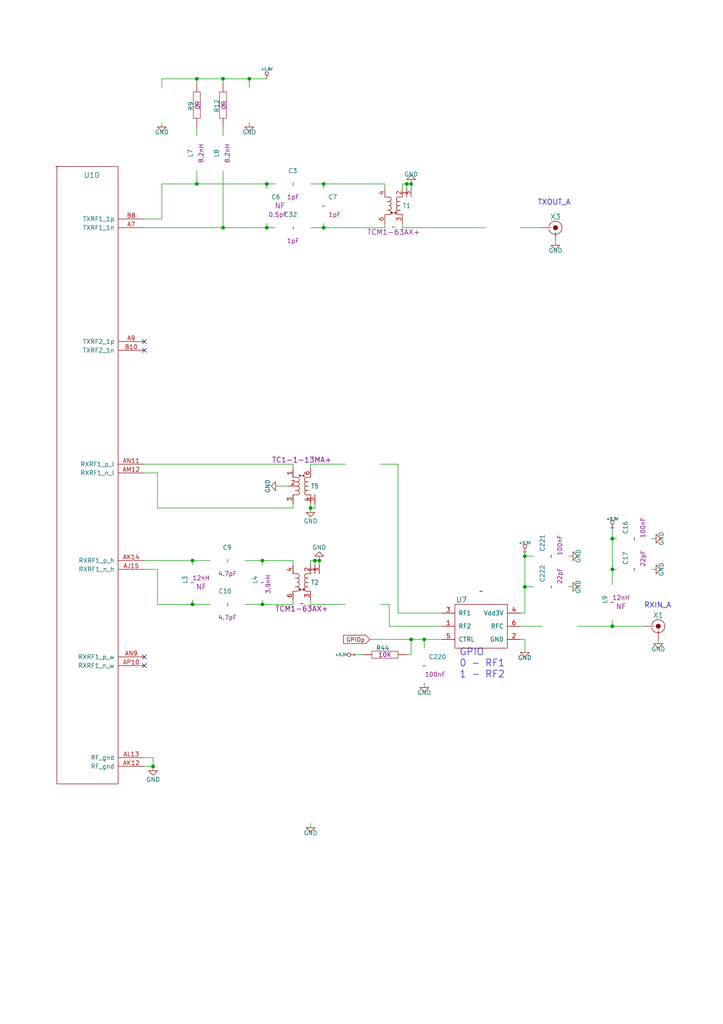
<source format=kicad_sch>
(kicad_sch (version 20211123) (generator eeschema)

  (uuid ebb63ddd-ee4a-400b-b0f3-2e89b3db1943)

  (paper "User" 209.956 296.977)

  (title_block
    (title "uMyriadRF7002")
    (date "19 nov 2015")
    (rev "v2")
    (comment 1 "WORK IS COVERED UNDER A CREATIVE COMMONS LICENSE (CC BY 3.0)")
  )

  (lib_symbols
    (symbol "uMyriad7002-rescue:+1.8V" (power) (pin_names (offset 0)) (in_bom yes) (on_board yes)
      (property "Reference" "#PWR" (id 0) (at 0 3.556 0)
        (effects (font (size 0.508 0.508)) hide)
      )
      (property "Value" "+1.8V" (id 1) (at 0 2.794 0)
        (effects (font (size 0.762 0.762)))
      )
      (property "Footprint" "" (id 2) (at 0 0 0)
        (effects (font (size 1.524 1.524)))
      )
      (property "Datasheet" "" (id 3) (at 0 0 0)
        (effects (font (size 1.524 1.524)))
      )
      (symbol "+1.8V_0_0"
        (polyline
          (pts
            (xy 0 0)
            (xy 0 1.016)
            (xy 0 1.016)
          )
          (stroke (width 0) (type default) (color 0 0 0 0))
          (fill (type none))
        )
        (pin power_in line (at 0 0 90) (length 0) hide
          (name "+1.8V" (effects (font (size 0.508 0.508))))
          (number "1" (effects (font (size 0.508 0.508))))
        )
      )
      (symbol "+1.8V_0_1"
        (circle (center 0 1.524) (radius 0.508)
          (stroke (width 0) (type default) (color 0 0 0 0))
          (fill (type none))
        )
      )
    )
    (symbol "uMyriad7002-rescue:+3.3V" (power) (pin_names (offset 0)) (in_bom yes) (on_board yes)
      (property "Reference" "#PWR" (id 0) (at 0 -1.016 0)
        (effects (font (size 0.762 0.762)) hide)
      )
      (property "Value" "+3.3V" (id 1) (at 0 2.794 0)
        (effects (font (size 0.762 0.762)))
      )
      (property "Footprint" "" (id 2) (at 0 0 0)
        (effects (font (size 1.524 1.524)))
      )
      (property "Datasheet" "" (id 3) (at 0 0 0)
        (effects (font (size 1.524 1.524)))
      )
      (symbol "+3.3V_0_0"
        (pin power_in line (at 0 0 90) (length 0) hide
          (name "+3.3V" (effects (font (size 0.762 0.762))))
          (number "1" (effects (font (size 0.762 0.762))))
        )
      )
      (symbol "+3.3V_0_1"
        (polyline
          (pts
            (xy 0 0)
            (xy 0 1.016)
            (xy 0 1.016)
          )
          (stroke (width 0) (type default) (color 0 0 0 0))
          (fill (type none))
        )
        (circle (center 0 1.524) (radius 0.508)
          (stroke (width 0) (type default) (color 0 0 0 0))
          (fill (type none))
        )
      )
    )
    (symbol "uMyriad7002-rescue:0R_0805" (pin_numbers hide) (pin_names (offset 0)) (in_bom yes) (on_board yes)
      (property "Reference" "R" (id 0) (at -0.254 1.778 0)
        (effects (font (size 1.27 1.27)))
      )
      (property "Value" "0R_0805" (id 1) (at -0.635 4.445 0)
        (effects (font (size 1.27 1.27)) hide)
      )
      (property "Footprint" "SMD0805" (id 2) (at -1.27 6.35 0)
        (effects (font (size 1.524 1.524)) hide)
      )
      (property "Datasheet" "" (id 3) (at 0 0 90)
        (effects (font (size 1.524 1.524)))
      )
      (property "Vendor" "Digi-Key" (id 4) (at 0 16.764 0)
        (effects (font (size 1.524 1.524)) hide)
      )
      (property "Vendor Part Number" "311-0.0ARCT-ND" (id 5) (at 0.508 18.542 0)
        (effects (font (size 1.524 1.524)) hide)
      )
      (property "Manufacturer" "Yageo" (id 6) (at 0.254 14.478 0)
        (effects (font (size 1.524 1.524)) hide)
      )
      (property "Manufacturer Part Number" "RC0805JR-070RL" (id 7) (at 0.508 11.176 0)
        (effects (font (size 1.524 1.524)) hide)
      )
      (property "Description" "RES SMD 0.0 OHM JUMPER 1/8W 0805" (id 8) (at 0 8.636 0)
        (effects (font (size 1.524 1.524)) hide)
      )
      (property "Component Value" "0R" (id 9) (at 0 -0.254 0)
        (effects (font (size 1.27 1.27)))
      )
      (property "ki_fp_filters" "R? SM0603 SM0805 R?-* SM1206" (id 10) (at 0 0 0)
        (effects (font (size 1.27 1.27)) hide)
      )
      (symbol "0R_0805_0_1"
        (rectangle (start 3.81 1.016) (end -3.81 -1.016)
          (stroke (width 0.127) (type default) (color 0 0 0 0))
          (fill (type none))
        )
      )
      (symbol "0R_0805_1_1"
        (pin passive line (at 6.35 0 180) (length 2.54)
          (name "1" (effects (font (size 0 0))))
          (number "1" (effects (font (size 1.524 1.524))))
        )
        (pin passive line (at -6.35 0 0) (length 2.54)
          (name "2" (effects (font (size 0 0))))
          (number "2" (effects (font (size 1.524 1.524))))
        )
      )
    )
    (symbol "uMyriad7002-rescue:10K_0402" (pin_numbers hide) (pin_names (offset 0)) (in_bom yes) (on_board yes)
      (property "Reference" "R" (id 0) (at -1.778 -0.254 90)
        (effects (font (size 1.27 1.27)))
      )
      (property "Value" "10K_0402" (id 1) (at -4.445 -0.635 90)
        (effects (font (size 1.27 1.27)) hide)
      )
      (property "Footprint" "SMD0402" (id 2) (at -7.62 -0.635 90)
        (effects (font (size 1.524 1.524)) hide)
      )
      (property "Datasheet" "" (id 3) (at 0 0 0)
        (effects (font (size 1.524 1.524)))
      )
      (property "Vendor" "Digi-Key" (id 4) (at 4.572 2.54 90)
        (effects (font (size 1.524 1.524)) hide)
      )
      (property "Vendor Part Number" "RMCF0402FT10K0CT-ND" (id 5) (at 7.112 5.08 90)
        (effects (font (size 1.524 1.524)) hide)
      )
      (property "Manufacturer" "Stackpole Electronics Inc" (id 6) (at 9.652 7.62 90)
        (effects (font (size 1.524 1.524)) hide)
      )
      (property "Manufacturer Part Number" "RMCF0402FT10K0" (id 7) (at 12.192 10.16 90)
        (effects (font (size 1.524 1.524)) hide)
      )
      (property "Description" "RES 10K OHM 1/16W 1% 0402" (id 8) (at 14.732 12.7 90)
        (effects (font (size 1.524 1.524)) hide)
      )
      (property "Component Value" "10K" (id 9) (at 0.254 0 90)
        (effects (font (size 1.27 1.27)))
      )
      (property "ki_fp_filters" "R? SM0603 SM0805 R?-* SM1206" (id 10) (at 0 0 0)
        (effects (font (size 1.27 1.27)) hide)
      )
      (symbol "10K_0402_0_1"
        (rectangle (start -1.016 3.81) (end 1.016 -3.81)
          (stroke (width 0.127) (type default) (color 0 0 0 0))
          (fill (type none))
        )
      )
      (symbol "10K_0402_1_1"
        (pin passive line (at 0 6.35 270) (length 2.54)
          (name "1" (effects (font (size 0 0))))
          (number "1" (effects (font (size 1.524 1.524))))
        )
        (pin passive line (at 0 -6.35 90) (length 2.54)
          (name "2" (effects (font (size 0 0))))
          (number "2" (effects (font (size 1.524 1.524))))
        )
      )
    )
    (symbol "uMyriad7002-rescue:GND" (power) (pin_names (offset 0)) (in_bom yes) (on_board yes)
      (property "Reference" "#PWR" (id 0) (at 0 0 0)
        (effects (font (size 0.762 0.762)) hide)
      )
      (property "Value" "GND" (id 1) (at 0 -1.778 0)
        (effects (font (size 0.762 0.762)) hide)
      )
      (property "Footprint" "" (id 2) (at 0 0 0)
        (effects (font (size 1.524 1.524)))
      )
      (property "Datasheet" "" (id 3) (at 0 0 0)
        (effects (font (size 1.524 1.524)))
      )
      (symbol "GND_0_1"
        (polyline
          (pts
            (xy -1.27 0)
            (xy 0 -1.27)
            (xy 1.27 0)
            (xy -1.27 0)
          )
          (stroke (width 0) (type default) (color 0 0 0 0))
          (fill (type none))
        )
      )
      (symbol "GND_1_1"
        (pin power_in line (at 0 0 90) (length 0) hide
          (name "GND" (effects (font (size 0.762 0.762))))
          (number "1" (effects (font (size 0.762 0.762))))
        )
      )
    )
    (symbol "uMyriad7002-rescue:LMS7002" (pin_names (offset 1.016)) (in_bom yes) (on_board yes)
      (property "Reference" "U" (id 0) (at 20.32 -2.54 0)
        (effects (font (size 1.524 1.524)))
      )
      (property "Value" "LMS7002" (id 1) (at 20.32 -5.08 0)
        (effects (font (size 1.524 1.524)))
      )
      (property "Footprint" "aQFN-261" (id 2) (at 10.16 3.81 0)
        (effects (font (size 1.524 1.524)) hide)
      )
      (property "Datasheet" "" (id 3) (at 0 0 0)
        (effects (font (size 1.524 1.524)))
      )
      (property "ki_locked" "" (id 4) (at 0 0 0)
        (effects (font (size 1.27 1.27)))
      )
      (symbol "LMS7002_1_1"
        (rectangle (start 0 0) (end 20.32 -171.45)
          (stroke (width 0) (type default) (color 0 0 0 0))
          (fill (type none))
        )
        (pin input line (at -7.62 -73.66 0) (length 7.62)
          (name "FCLK1" (effects (font (size 1.27 1.27))))
          (number "AA33" (effects (font (size 1.27 1.27))))
        )
        (pin output line (at -7.62 -111.76 0) (length 7.62)
          (name "DIQ10_1" (effects (font (size 1.27 1.27))))
          (number "AB30" (effects (font (size 1.27 1.27))))
        )
        (pin output line (at -7.62 -114.3 0) (length 7.62)
          (name "DIQ11_1" (effects (font (size 1.27 1.27))))
          (number "AB32" (effects (font (size 1.27 1.27))))
        )
        (pin input line (at -7.62 -71.12 0) (length 7.62)
          (name "MCLK1" (effects (font (size 1.27 1.27))))
          (number "AB34" (effects (font (size 1.27 1.27))))
        )
        (pin output line (at -7.62 -99.06 0) (length 7.62)
          (name "DIQ5_1" (effects (font (size 1.27 1.27))))
          (number "AC29" (effects (font (size 1.27 1.27))))
        )
        (pin output line (at -7.62 -106.68 0) (length 7.62)
          (name "DIQ8_1" (effects (font (size 1.27 1.27))))
          (number "AC31" (effects (font (size 1.27 1.27))))
        )
        (pin output line (at -7.62 -109.22 0) (length 7.62)
          (name "DIQ9_1" (effects (font (size 1.27 1.27))))
          (number "AC33" (effects (font (size 1.27 1.27))))
        )
        (pin output line (at -7.62 -96.52 0) (length 7.62)
          (name "DIQ4_1" (effects (font (size 1.27 1.27))))
          (number "AD30" (effects (font (size 1.27 1.27))))
        )
        (pin output line (at -7.62 -104.14 0) (length 7.62)
          (name "DIQ7_1" (effects (font (size 1.27 1.27))))
          (number "AD32" (effects (font (size 1.27 1.27))))
        )
        (pin output line (at -7.62 -93.98 0) (length 7.62)
          (name "DIQ3_1" (effects (font (size 1.27 1.27))))
          (number "AE31" (effects (font (size 1.27 1.27))))
        )
        (pin output line (at -7.62 -101.6 0) (length 7.62)
          (name "DIQ6_1" (effects (font (size 1.27 1.27))))
          (number "AE33" (effects (font (size 1.27 1.27))))
        )
        (pin output line (at -7.62 -88.9 0) (length 7.62)
          (name "DIQ1_1" (effects (font (size 1.27 1.27))))
          (number "AF30" (effects (font (size 1.27 1.27))))
        )
        (pin output line (at -7.62 -91.44 0) (length 7.62)
          (name "DIQ2_1" (effects (font (size 1.27 1.27))))
          (number "AF34" (effects (font (size 1.27 1.27))))
        )
        (pin output line (at -7.62 -86.36 0) (length 7.62)
          (name "DIQ0_1" (effects (font (size 1.27 1.27))))
          (number "AG31" (effects (font (size 1.27 1.27))))
        )
        (pin input line (at -7.62 -10.16 0) (length 7.62)
          (name "RxPLL_CLK" (effects (font (size 1.27 1.27))))
          (number "AM24" (effects (font (size 1.27 1.27))))
        )
        (pin output line (at -7.62 -147.32 0) (length 7.62)
          (name "tstao" (effects (font (size 1.27 1.27))))
          (number "B22" (effects (font (size 1.27 1.27))))
        )
        (pin bidirectional line (at -7.62 -163.83 0) (length 7.62)
          (name "SCL" (effects (font (size 1.27 1.27))))
          (number "C27" (effects (font (size 1.27 1.27))))
        )
        (pin input line (at -7.62 -134.62 0) (length 7.62)
          (name "SCLK" (effects (font (size 1.27 1.27))))
          (number "C29" (effects (font (size 1.27 1.27))))
        )
        (pin output line (at -7.62 -149.86 0) (length 7.62)
          (name "tstdo<0>" (effects (font (size 1.27 1.27))))
          (number "D22" (effects (font (size 1.27 1.27))))
        )
        (pin bidirectional line (at -7.62 -161.29 0) (length 7.62)
          (name "SDA" (effects (font (size 1.27 1.27))))
          (number "D26" (effects (font (size 1.27 1.27))))
        )
        (pin input line (at -7.62 -132.08 0) (length 7.62)
          (name "SEN" (effects (font (size 1.27 1.27))))
          (number "D28" (effects (font (size 1.27 1.27))))
        )
        (pin input line (at -7.62 -127 0) (length 7.62)
          (name "RESET" (effects (font (size 1.27 1.27))))
          (number "E27" (effects (font (size 1.27 1.27))))
        )
        (pin input line (at -7.62 -66.04 0) (length 7.62)
          (name "TxPLL_CLK" (effects (font (size 1.27 1.27))))
          (number "E5" (effects (font (size 1.27 1.27))))
        )
        (pin output line (at -7.62 -152.4 0) (length 7.62)
          (name "tstdo<1>" (effects (font (size 1.27 1.27))))
          (number "F22" (effects (font (size 1.27 1.27))))
        )
        (pin output line (at -7.62 -139.7 0) (length 7.62)
          (name "SDO" (effects (font (size 1.27 1.27))))
          (number "F28" (effects (font (size 1.27 1.27))))
        )
        (pin bidirectional line (at -7.62 -137.16 0) (length 7.62)
          (name "SDIO" (effects (font (size 1.27 1.27))))
          (number "F30" (effects (font (size 1.27 1.27))))
        )
        (pin input line (at -7.62 -30.48 0) (length 7.62)
          (name "DIQ0_2" (effects (font (size 1.27 1.27))))
          (number "H30" (effects (font (size 1.27 1.27))))
        )
        (pin input line (at -7.62 -33.02 0) (length 7.62)
          (name "DIQ1_2" (effects (font (size 1.27 1.27))))
          (number "J31" (effects (font (size 1.27 1.27))))
        )
        (pin input line (at -7.62 -35.56 0) (length 7.62)
          (name "DIQ2_2" (effects (font (size 1.27 1.27))))
          (number "K30" (effects (font (size 1.27 1.27))))
        )
        (pin input line (at -7.62 -38.1 0) (length 7.62)
          (name "DIQ3_2" (effects (font (size 1.27 1.27))))
          (number "K32" (effects (font (size 1.27 1.27))))
        )
        (pin input line (at -7.62 -43.18 0) (length 7.62)
          (name "DIQ5_2" (effects (font (size 1.27 1.27))))
          (number "K34" (effects (font (size 1.27 1.27))))
        )
        (pin input line (at -7.62 -40.64 0) (length 7.62)
          (name "DIQ4_2" (effects (font (size 1.27 1.27))))
          (number "L31" (effects (font (size 1.27 1.27))))
        )
        (pin input line (at -7.62 -45.72 0) (length 7.62)
          (name "DIQ6_2" (effects (font (size 1.27 1.27))))
          (number "M30" (effects (font (size 1.27 1.27))))
        )
        (pin input line (at -7.62 -48.26 0) (length 7.62)
          (name "DIQ7_2" (effects (font (size 1.27 1.27))))
          (number "M32" (effects (font (size 1.27 1.27))))
        )
        (pin input line (at -7.62 -50.8 0) (length 7.62)
          (name "DIQ8_2" (effects (font (size 1.27 1.27))))
          (number "N31" (effects (font (size 1.27 1.27))))
        )
        (pin input line (at -7.62 -53.34 0) (length 7.62)
          (name "DIQ9_2" (effects (font (size 1.27 1.27))))
          (number "N33" (effects (font (size 1.27 1.27))))
        )
        (pin input line (at -7.62 -55.88 0) (length 7.62)
          (name "DIQ10_2" (effects (font (size 1.27 1.27))))
          (number "P30" (effects (font (size 1.27 1.27))))
        )
        (pin input line (at -7.62 -58.42 0) (length 7.62)
          (name "DIQ11_2" (effects (font (size 1.27 1.27))))
          (number "P32" (effects (font (size 1.27 1.27))))
        )
        (pin input line (at -7.62 -15.24 0) (length 7.62)
          (name "MCLK_2" (effects (font (size 1.27 1.27))))
          (number "P34" (effects (font (size 1.27 1.27))))
        )
        (pin input line (at -7.62 -17.78 0) (length 7.62)
          (name "FCLK_2" (effects (font (size 1.27 1.27))))
          (number "R29" (effects (font (size 1.27 1.27))))
        )
        (pin input line (at -7.62 -27.94 0) (length 7.62)
          (name "IQSEL_Enable_2" (effects (font (size 1.27 1.27))))
          (number "R33" (effects (font (size 1.27 1.27))))
        )
        (pin input line (at -7.62 -78.74 0) (length 7.62)
          (name "TX_EN" (effects (font (size 1.27 1.27))))
          (number "U29" (effects (font (size 1.27 1.27))))
        )
        (pin bidirectional line (at -7.62 -20.32 0) (length 7.62)
          (name "TXNRX2" (effects (font (size 1.27 1.27))))
          (number "U31" (effects (font (size 1.27 1.27))))
        )
        (pin input line (at -7.62 -121.92 0) (length 7.62)
          (name "G_PWR_DWN" (effects (font (size 1.27 1.27))))
          (number "U33" (effects (font (size 1.27 1.27))))
        )
        (pin input line (at -7.62 -119.38 0) (length 7.62)
          (name "DIG_RST" (effects (font (size 1.27 1.27))))
          (number "V30" (effects (font (size 1.27 1.27))))
        )
        (pin bidirectional line (at -7.62 -76.2 0) (length 7.62)
          (name "TXNRX1" (effects (font (size 1.27 1.27))))
          (number "V32" (effects (font (size 1.27 1.27))))
        )
        (pin output line (at -7.62 -22.86 0) (length 7.62)
          (name "RX_EN" (effects (font (size 1.27 1.27))))
          (number "V34" (effects (font (size 1.27 1.27))))
        )
        (pin output line (at -7.62 -83.82 0) (length 7.62)
          (name "IQSEL_Enable_1" (effects (font (size 1.27 1.27))))
          (number "Y32" (effects (font (size 1.27 1.27))))
        )
      )
      (symbol "LMS7002_2_1"
        (rectangle (start 0 0) (end 43.18 -229.87)
          (stroke (width 0) (type default) (color 0 0 0 0))
          (fill (type none))
        )
        (pin input line (at 50.8 -43.18 180) (length 7.62)
          (name "DVDD_CGEN" (effects (font (size 1.27 1.27))))
          (number "A17" (effects (font (size 1.27 1.27))))
        )
        (pin input line (at -7.62 -17.78 0) (length 7.62)
          (name "DIGPRVDD1" (effects (font (size 1.27 1.27))))
          (number "AA29" (effects (font (size 1.27 1.27))))
        )
        (pin input line (at -7.62 -213.36 0) (length 7.62)
          (name "DIGPRGND1" (effects (font (size 1.27 1.27))))
          (number "AA31" (effects (font (size 1.27 1.27))))
        )
        (pin input line (at 50.8 -116.84 180) (length 7.62)
          (name "VDD14_RBB" (effects (font (size 1.27 1.27))))
          (number "AD4" (effects (font (size 1.27 1.27))))
        )
        (pin input line (at -7.62 -119.38 0) (length 7.62)
          (name "VDD12_TIA_RFE" (effects (font (size 1.27 1.27))))
          (number "AD6" (effects (font (size 1.27 1.27))))
        )
        (pin input line (at -7.62 -15.24 0) (length 7.62)
          (name "DIGPRVDD1" (effects (font (size 1.27 1.27))))
          (number "AE29" (effects (font (size 1.27 1.27))))
        )
        (pin input line (at -7.62 -111.76 0) (length 7.62)
          (name "VDD18_TIA_RFE" (effects (font (size 1.27 1.27))))
          (number "AE3" (effects (font (size 1.27 1.27))))
        )
        (pin input line (at 50.8 -119.38 180) (length 7.62)
          (name "VDD14_TIA_RFE" (effects (font (size 1.27 1.27))))
          (number "AF2" (effects (font (size 1.27 1.27))))
        )
        (pin input line (at -7.62 -220.98 0) (length 7.62)
          (name "DIGPRGND2" (effects (font (size 1.27 1.27))))
          (number "AF32" (effects (font (size 1.27 1.27))))
        )
        (pin input line (at -7.62 -109.22 0) (length 7.62)
          (name "VDD18_LDO_RX" (effects (font (size 1.27 1.27))))
          (number "AF4" (effects (font (size 1.27 1.27))))
        )
        (pin input line (at 50.8 -114.3 180) (length 7.62)
          (name "VDD14_LNA_RFE" (effects (font (size 1.27 1.27))))
          (number "AF6" (effects (font (size 1.27 1.27))))
        )
        (pin input line (at -7.62 -208.28 0) (length 7.62)
          (name "DIGPRGND1" (effects (font (size 1.27 1.27))))
          (number "AG29" (effects (font (size 1.27 1.27))))
        )
        (pin input line (at -7.62 -121.92 0) (length 7.62)
          (name "VDD12_LNA_RFE" (effects (font (size 1.27 1.27))))
          (number "AG5" (effects (font (size 1.27 1.27))))
        )
        (pin input line (at 50.8 -12.7 180) (length 7.62)
          (name "DIGPRVDD2" (effects (font (size 1.27 1.27))))
          (number "AH30" (effects (font (size 1.27 1.27))))
        )
        (pin input line (at 50.8 -195.58 180) (length 7.62)
          (name "GND_CP_SXR" (effects (font (size 1.27 1.27))))
          (number "AJ19" (effects (font (size 1.27 1.27))))
        )
        (pin input line (at 50.8 -90.17 180) (length 7.62)
          (name "VDD_AFE" (effects (font (size 1.27 1.27))))
          (number "AJ25" (effects (font (size 1.27 1.27))))
        )
        (pin input line (at 50.8 -193.04 180) (length 7.62)
          (name "GND_DIV_SXR" (effects (font (size 1.27 1.27))))
          (number "AK20" (effects (font (size 1.27 1.27))))
        )
        (pin input line (at 50.8 -105.41 180) (length 7.62)
          (name "VDD18_VCO_SXR" (effects (font (size 1.27 1.27))))
          (number "AK22" (effects (font (size 1.27 1.27))))
        )
        (pin input line (at 50.8 -76.2 180) (length 7.62)
          (name "VDD_CP_SXR" (effects (font (size 1.27 1.27))))
          (number "AL19" (effects (font (size 1.27 1.27))))
        )
        (pin input line (at -7.62 -53.34 0) (length 7.62)
          (name "DVDD_SXR" (effects (font (size 1.27 1.27))))
          (number "AL21" (effects (font (size 1.27 1.27))))
        )
        (pin input line (at 50.8 -219.71 180) (length 7.62)
          (name "GND_VCO_SXR" (effects (font (size 1.27 1.27))))
          (number "AL23" (effects (font (size 1.27 1.27))))
        )
        (pin input line (at 50.8 -66.04 180) (length 7.62)
          (name "VDD18_SXR" (effects (font (size 1.27 1.27))))
          (number "AM18" (effects (font (size 1.27 1.27))))
        )
        (pin input line (at 50.8 -78.74 180) (length 7.62)
          (name "VDD_DIV_SXR" (effects (font (size 1.27 1.27))))
          (number "AM20" (effects (font (size 1.27 1.27))))
        )
        (pin input line (at -7.62 -198.12 0) (length 7.62)
          (name "DGND_SXR" (effects (font (size 1.27 1.27))))
          (number "AM22" (effects (font (size 1.27 1.27))))
        )
        (pin input line (at 50.8 -102.87 180) (length 7.62)
          (name "VDD18_RXBUF" (effects (font (size 1.27 1.27))))
          (number "AM26" (effects (font (size 1.27 1.27))))
        )
        (pin input line (at 50.8 -81.28 180) (length 7.62)
          (name "VDD_MXLOBUF_RFE" (effects (font (size 1.27 1.27))))
          (number "AN17" (effects (font (size 1.27 1.27))))
        )
        (pin input line (at 50.8 -73.66 180) (length 7.62)
          (name "VDD12_VCO_SXR" (effects (font (size 1.27 1.27))))
          (number "AN23" (effects (font (size 1.27 1.27))))
        )
        (pin input line (at 50.8 -187.96 180) (length 7.62)
          (name "GND_RXBUF" (effects (font (size 1.27 1.27))))
          (number "AN25" (effects (font (size 1.27 1.27))))
        )
        (pin input line (at 50.8 -92.71 180) (length 7.62)
          (name "VDD12_RXBIF" (effects (font (size 1.27 1.27))))
          (number "AP26" (effects (font (size 1.27 1.27))))
        )
        (pin input line (at 50.8 -38.1 180) (length 7.62)
          (name "VDD_TPAD_TRF" (effects (font (size 1.27 1.27))))
          (number "B16" (effects (font (size 1.27 1.27))))
        )
        (pin input line (at 50.8 -204.47 180) (length 7.62)
          (name "DGND_CGEN" (effects (font (size 1.27 1.27))))
          (number "B18" (effects (font (size 1.27 1.27))))
        )
        (pin input line (at 50.8 -198.12 180) (length 7.62)
          (name "GND_CP_CGEN" (effects (font (size 1.27 1.27))))
          (number "B20" (effects (font (size 1.27 1.27))))
        )
        (pin input line (at 50.8 -55.88 180) (length 7.62)
          (name "VDD14_VCO_CGEN" (effects (font (size 1.27 1.27))))
          (number "C21" (effects (font (size 1.27 1.27))))
        )
        (pin input line (at -7.62 -203.2 0) (length 7.62)
          (name "GND_DIG" (effects (font (size 1.27 1.27))))
          (number "C23" (effects (font (size 1.27 1.27))))
        )
        (pin input line (at -7.62 -40.64 0) (length 7.62)
          (name "VDD12_DIG" (effects (font (size 1.27 1.27))))
          (number "C25" (effects (font (size 1.27 1.27))))
        )
        (pin input line (at 50.8 -227.33 180) (length 7.62)
          (name "GND_TLOBUF_TRF" (effects (font (size 1.27 1.27))))
          (number "C7" (effects (font (size 1.27 1.27))))
        )
        (pin input line (at 50.8 -33.02 180) (length 7.62)
          (name "VDD18_TRF" (effects (font (size 1.27 1.27))))
          (number "D16" (effects (font (size 1.27 1.27))))
        )
        (pin input line (at 50.8 -208.28 180) (length 7.62)
          (name "GND_DIV_CGEN" (effects (font (size 1.27 1.27))))
          (number "D20" (effects (font (size 1.27 1.27))))
        )
        (pin input line (at -7.62 -38.1 0) (length 7.62)
          (name "VDD18_DIG" (effects (font (size 1.27 1.27))))
          (number "D24" (effects (font (size 1.27 1.27))))
        )
        (pin input line (at 50.8 -20.32 180) (length 7.62)
          (name "VDDO_TLOBUF_TRF" (effects (font (size 1.27 1.27))))
          (number "D6" (effects (font (size 1.27 1.27))))
        )
        (pin input line (at 50.8 -30.48 180) (length 7.62)
          (name "VDD18_BIAS" (effects (font (size 1.27 1.27))))
          (number "E17" (effects (font (size 1.27 1.27))))
        )
        (pin input line (at 50.8 -45.72 180) (length 7.62)
          (name "VDD_DIV_CGEN" (effects (font (size 1.27 1.27))))
          (number "E19" (effects (font (size 1.27 1.27))))
        )
        (pin input line (at 50.8 -35.56 180) (length 7.62)
          (name "VDD18_VCO_CGEN" (effects (font (size 1.27 1.27))))
          (number "E21" (effects (font (size 1.27 1.27))))
        )
        (pin input line (at -7.62 -200.66 0) (length 7.62)
          (name "GND_SPI_BUF" (effects (font (size 1.27 1.27))))
          (number "E25" (effects (font (size 1.27 1.27))))
        )
        (pin input line (at 50.8 -50.8 180) (length 7.62)
          (name "VDD_CP_CGEN" (effects (font (size 1.27 1.27))))
          (number "F20" (effects (font (size 1.27 1.27))))
        )
        (pin input line (at -7.62 -45.72 0) (length 7.62)
          (name "VDD_SPI_BUF" (effects (font (size 1.27 1.27))))
          (number "F24" (effects (font (size 1.27 1.27))))
        )
        (pin input line (at 50.8 -200.66 180) (length 7.62)
          (name "GND_TXBUF" (effects (font (size 1.27 1.27))))
          (number "F6" (effects (font (size 1.27 1.27))))
        )
        (pin input line (at 50.8 -22.86 180) (length 7.62)
          (name "VDD_TLOBUF_TRF" (effects (font (size 1.27 1.27))))
          (number "F8" (effects (font (size 1.27 1.27))))
        )
        (pin input line (at -7.62 -63.5 0) (length 7.62)
          (name "VDD18_VCO_SXT" (effects (font (size 1.27 1.27))))
          (number "G3" (effects (font (size 1.27 1.27))))
        )
        (pin input line (at -7.62 -218.44 0) (length 7.62)
          (name "DIGPRGND2" (effects (font (size 1.27 1.27))))
          (number "G31" (effects (font (size 1.27 1.27))))
        )
        (pin output line (at -7.62 -83.82 0) (length 7.62)
          (name "VDD12_TXBUF" (effects (font (size 1.27 1.27))))
          (number "G5" (effects (font (size 1.27 1.27))))
        )
        (pin input line (at 50.8 -214.63 180) (length 7.62)
          (name "GND_TPAD_TRF" (effects (font (size 1.27 1.27))))
          (number "GND" (effects (font (size 1.27 1.27))))
        )
        (pin input line (at 50.8 -212.09 180) (length 7.62)
          (name "PSUB_TPAD_TRF" (effects (font (size 1.27 1.27))))
          (number "GND" (effects (font (size 1.27 1.27))))
        )
        (pin input line (at 50.8 -222.25 180) (length 7.62)
          (name "GND_VCO_SXT" (effects (font (size 1.27 1.27))))
          (number "H2" (effects (font (size 1.27 1.27))))
        )
        (pin input line (at 50.8 -10.16 180) (length 7.62)
          (name "DIGPRVDD2" (effects (font (size 1.27 1.27))))
          (number "H32" (effects (font (size 1.27 1.27))))
        )
        (pin input line (at -7.62 -60.96 0) (length 7.62)
          (name "VDD18_TXBUF" (effects (font (size 1.27 1.27))))
          (number "H6" (effects (font (size 1.27 1.27))))
        )
        (pin input line (at -7.62 -73.66 0) (length 7.62)
          (name "VDD_CP_SXT" (effects (font (size 1.27 1.27))))
          (number "J3" (effects (font (size 1.27 1.27))))
        )
        (pin input line (at -7.62 -205.74 0) (length 7.62)
          (name "DIGPRGND1" (effects (font (size 1.27 1.27))))
          (number "J33" (effects (font (size 1.27 1.27))))
        )
        (pin input line (at -7.62 -66.04 0) (length 7.62)
          (name "VDD12O_VCO_SXT" (effects (font (size 1.27 1.27))))
          (number "J5" (effects (font (size 1.27 1.27))))
        )
        (pin input line (at -7.62 -76.2 0) (length 7.62)
          (name "VDDO_DIV_SXT" (effects (font (size 1.27 1.27))))
          (number "K2" (effects (font (size 1.27 1.27))))
        )
        (pin input line (at -7.62 -190.5 0) (length 7.62)
          (name "GND_CP_SXT" (effects (font (size 1.27 1.27))))
          (number "K4" (effects (font (size 1.27 1.27))))
        )
        (pin input line (at -7.62 -68.58 0) (length 7.62)
          (name "VDD12_VCO_SXT" (effects (font (size 1.27 1.27))))
          (number "K6" (effects (font (size 1.27 1.27))))
        )
        (pin input line (at -7.62 -187.96 0) (length 7.62)
          (name "GND_DIV_SXT" (effects (font (size 1.27 1.27))))
          (number "L3" (effects (font (size 1.27 1.27))))
        )
        (pin input line (at -7.62 -12.7 0) (length 7.62)
          (name "DIGPRVDD1" (effects (font (size 1.27 1.27))))
          (number "L33" (effects (font (size 1.27 1.27))))
        )
        (pin input line (at -7.62 -78.74 0) (length 7.62)
          (name "VDD_DIV_SXT" (effects (font (size 1.27 1.27))))
          (number "L5" (effects (font (size 1.27 1.27))))
        )
        (pin input line (at -7.62 -55.88 0) (length 7.62)
          (name "DVDD_SXT" (effects (font (size 1.27 1.27))))
          (number "M4" (effects (font (size 1.27 1.27))))
        )
        (pin input line (at -7.62 -93.98 0) (length 7.62)
          (name "VDD18_LDO_TX" (effects (font (size 1.27 1.27))))
          (number "N1" (effects (font (size 1.27 1.27))))
        )
        (pin input line (at -7.62 -195.58 0) (length 7.62)
          (name "DGND_SXT" (effects (font (size 1.27 1.27))))
          (number "N3" (effects (font (size 1.27 1.27))))
        )
        (pin input line (at -7.62 -137.16 0) (length 7.62)
          (name "VDD_TBB" (effects (font (size 1.27 1.27))))
          (number "P4" (effects (font (size 1.27 1.27))))
        )
        (pin input line (at -7.62 -10.16 0) (length 7.62)
          (name "DIGPRVDD1" (effects (font (size 1.27 1.27))))
          (number "R31" (effects (font (size 1.27 1.27))))
        )
        (pin input line (at -7.62 -210.82 0) (length 7.62)
          (name "DIGPRGND1" (effects (font (size 1.27 1.27))))
          (number "T30" (effects (font (size 1.27 1.27))))
        )
        (pin input line (at 50.8 -7.62 180) (length 7.62)
          (name "DIGPRVDD2" (effects (font (size 1.27 1.27))))
          (number "T32" (effects (font (size 1.27 1.27))))
        )
        (pin input line (at -7.62 -215.9 0) (length 7.62)
          (name "DIGPRGND1" (effects (font (size 1.27 1.27))))
          (number "W29" (effects (font (size 1.27 1.27))))
        )
        (pin input line (at 50.8 -15.24 180) (length 7.62)
          (name "DIGPRPOC" (effects (font (size 1.27 1.27))))
          (number "W31" (effects (font (size 1.27 1.27))))
        )
        (pin input line (at 50.8 -5.08 180) (length 7.62)
          (name "DIGPRVDD2" (effects (font (size 1.27 1.27))))
          (number "W33" (effects (font (size 1.27 1.27))))
        )
        (pin input line (at -7.62 -223.52 0) (length 7.62)
          (name "DIGPRGND2" (effects (font (size 1.27 1.27))))
          (number "Y30" (effects (font (size 1.27 1.27))))
        )
      )
      (symbol "LMS7002_3_1"
        (rectangle (start 0 0) (end 29.21 -121.92)
          (stroke (width 0) (type default) (color 0 0 0 0))
          (fill (type none))
        )
        (pin input line (at 36.83 -22.86 180) (length 7.62)
          (name "ADCinIp_2" (effects (font (size 1.27 1.27))))
          (number "AA1" (effects (font (size 1.27 1.27))))
        )
        (pin input line (at 36.83 -27.94 180) (length 7.62)
          (name "ADCinQp_2" (effects (font (size 1.27 1.27))))
          (number "AA3" (effects (font (size 1.27 1.27))))
        )
        (pin output line (at -7.62 -73.66 0) (length 7.62)
          (name "RXOUTQN_1" (effects (font (size 1.27 1.27))))
          (number "AA5" (effects (font (size 1.27 1.27))))
        )
        (pin output line (at -7.62 -68.58 0) (length 7.62)
          (name "RXOUTIN_1" (effects (font (size 1.27 1.27))))
          (number "AB2" (effects (font (size 1.27 1.27))))
        )
        (pin output line (at -7.62 -71.12 0) (length 7.62)
          (name "RXOUTQP_1" (effects (font (size 1.27 1.27))))
          (number "AB4" (effects (font (size 1.27 1.27))))
        )
        (pin output line (at -7.62 -85.09 0) (length 7.62)
          (name "RXOUTQN_2" (effects (font (size 1.27 1.27))))
          (number "AB6" (effects (font (size 1.27 1.27))))
        )
        (pin output line (at -7.62 -80.01 0) (length 7.62)
          (name "RXOUTIN_2" (effects (font (size 1.27 1.27))))
          (number "AC3" (effects (font (size 1.27 1.27))))
        )
        (pin output line (at -7.62 -82.55 0) (length 7.62)
          (name "RXOUTQP_2" (effects (font (size 1.27 1.27))))
          (number "AC5" (effects (font (size 1.27 1.27))))
        )
        (pin output line (at -7.62 -77.47 0) (length 7.62)
          (name "RXOUTIP_2" (effects (font (size 1.27 1.27))))
          (number "AD2" (effects (font (size 1.27 1.27))))
        )
        (pin input line (at -7.62 -119.38 0) (length 7.62)
          (name "vr_rext_10k" (effects (font (size 1.27 1.27))))
          (number "F18" (effects (font (size 1.27 1.27))))
        )
        (pin input line (at -7.62 -13.97 0) (length 7.62)
          (name "TXININ_1" (effects (font (size 1.27 1.27))))
          (number "P2" (effects (font (size 1.27 1.27))))
        )
        (pin input line (at -7.62 -11.43 0) (length 7.62)
          (name "TXINIP_1" (effects (font (size 1.27 1.27))))
          (number "R3" (effects (font (size 1.27 1.27))))
        )
        (pin input line (at -7.62 -19.05 0) (length 7.62)
          (name "TXINQN_1" (effects (font (size 1.27 1.27))))
          (number "R5" (effects (font (size 1.27 1.27))))
        )
        (pin input line (at -7.62 -16.51 0) (length 7.62)
          (name "TXINQP_1" (effects (font (size 1.27 1.27))))
          (number "T4" (effects (font (size 1.27 1.27))))
        )
        (pin input line (at -7.62 -30.48 0) (length 7.62)
          (name "TXINQN_2" (effects (font (size 1.27 1.27))))
          (number "T6" (effects (font (size 1.27 1.27))))
        )
        (pin input line (at -7.62 -25.4 0) (length 7.62)
          (name "TXININ_2" (effects (font (size 1.27 1.27))))
          (number "U1" (effects (font (size 1.27 1.27))))
        )
        (pin input line (at -7.62 -22.86 0) (length 7.62)
          (name "TXINIP_2" (effects (font (size 1.27 1.27))))
          (number "U3" (effects (font (size 1.27 1.27))))
        )
        (pin input line (at 36.83 -13.97 180) (length 7.62)
          (name "ADCinIn_1" (effects (font (size 1.27 1.27))))
          (number "U5" (effects (font (size 1.27 1.27))))
        )
        (pin input line (at -7.62 -27.94 0) (length 7.62)
          (name "TXINQP_2" (effects (font (size 1.27 1.27))))
          (number "V2" (effects (font (size 1.27 1.27))))
        )
        (pin input line (at 36.83 -11.43 180) (length 7.62)
          (name "ADCinIp_1" (effects (font (size 1.27 1.27))))
          (number "V4" (effects (font (size 1.27 1.27))))
        )
        (pin input line (at 36.83 -25.4 180) (length 7.62)
          (name "ADCinIn_2" (effects (font (size 1.27 1.27))))
          (number "V6" (effects (font (size 1.27 1.27))))
        )
        (pin input line (at 36.83 -19.05 180) (length 7.62)
          (name "ADCinQn_1" (effects (font (size 1.27 1.27))))
          (number "W3" (effects (font (size 1.27 1.27))))
        )
        (pin input line (at 36.83 -16.51 180) (length 7.62)
          (name "ADCinQp_1" (effects (font (size 1.27 1.27))))
          (number "Y2" (effects (font (size 1.27 1.27))))
        )
        (pin input line (at 36.83 -30.48 180) (length 7.62)
          (name "ADCinQn_2" (effects (font (size 1.27 1.27))))
          (number "Y4" (effects (font (size 1.27 1.27))))
        )
        (pin output line (at -7.62 -66.04 0) (length 7.62)
          (name "RXOUTIP_1" (effects (font (size 1.27 1.27))))
          (number "Y6" (effects (font (size 1.27 1.27))))
        )
      )
      (symbol "LMS7002_4_1"
        (rectangle (start 0 0) (end 17.78 -179.07)
          (stroke (width 0) (type default) (color 0 0 0 0))
          (fill (type none))
        )
        (pin input line (at 25.4 -17.78 180) (length 7.62)
          (name "TXRF1_1n" (effects (font (size 1.27 1.27))))
          (number "A7" (effects (font (size 1.27 1.27))))
        )
        (pin output line (at 25.4 -50.8 180) (length 7.62)
          (name "TXRF2_1p" (effects (font (size 1.27 1.27))))
          (number "A9" (effects (font (size 1.27 1.27))))
        )
        (pin input line (at 25.4 -116.84 180) (length 7.62)
          (name "RXRF1_n_h" (effects (font (size 1.27 1.27))))
          (number "AJ15" (effects (font (size 1.27 1.27))))
        )
        (pin input line (at 25.4 -173.99 180) (length 7.62)
          (name "RF_gnd" (effects (font (size 1.27 1.27))))
          (number "AK12" (effects (font (size 1.27 1.27))))
        )
        (pin input line (at 25.4 -114.3 180) (length 7.62)
          (name "RXRF1_p_h" (effects (font (size 1.27 1.27))))
          (number "AK14" (effects (font (size 1.27 1.27))))
        )
        (pin input line (at 25.4 -171.45 180) (length 7.62)
          (name "RF_gnd" (effects (font (size 1.27 1.27))))
          (number "AL13" (effects (font (size 1.27 1.27))))
        )
        (pin input line (at 25.4 -88.9 180) (length 7.62)
          (name "RXRF1_n_l" (effects (font (size 1.27 1.27))))
          (number "AM12" (effects (font (size 1.27 1.27))))
        )
        (pin input line (at 25.4 -86.36 180) (length 7.62)
          (name "RXRF1_p_l" (effects (font (size 1.27 1.27))))
          (number "AN11" (effects (font (size 1.27 1.27))))
        )
        (pin input line (at 25.4 -142.24 180) (length 7.62)
          (name "RXRF1_p_w" (effects (font (size 1.27 1.27))))
          (number "AN9" (effects (font (size 1.27 1.27))))
        )
        (pin input line (at 25.4 -144.78 180) (length 7.62)
          (name "RXRF1_n_w" (effects (font (size 1.27 1.27))))
          (number "AP10" (effects (font (size 1.27 1.27))))
        )
        (pin output line (at 25.4 -53.34 180) (length 7.62)
          (name "TXRF2_1n" (effects (font (size 1.27 1.27))))
          (number "B10" (effects (font (size 1.27 1.27))))
        )
        (pin input line (at 25.4 -15.24 180) (length 7.62)
          (name "TXRF1_1p" (effects (font (size 1.27 1.27))))
          (number "B8" (effects (font (size 1.27 1.27))))
        )
      )
      (symbol "LMS7002_5_1"
        (rectangle (start 0 0) (end 17.78 -179.07)
          (stroke (width 0) (type default) (color 0 0 0 0))
          (fill (type none))
        )
        (pin input line (at 25.4 -50.8 180) (length 7.62)
          (name "TXRF2_2p" (effects (font (size 1.27 1.27))))
          (number "A13" (effects (font (size 1.27 1.27))))
        )
        (pin input line (at 25.4 -175.26 180) (length 7.62)
          (name "RF_gnd" (effects (font (size 1.27 1.27))))
          (number "AJ7" (effects (font (size 1.27 1.27))))
        )
        (pin input line (at 25.4 -172.72 180) (length 7.62)
          (name "RF_gnd" (effects (font (size 1.27 1.27))))
          (number "AJ9" (effects (font (size 1.27 1.27))))
        )
        (pin input line (at 25.4 -144.78 180) (length 7.62)
          (name "RXRF2_w_n" (effects (font (size 1.27 1.27))))
          (number "AM4" (effects (font (size 1.27 1.27))))
        )
        (pin input line (at 25.4 -116.84 180) (length 7.62)
          (name "RXRF2_h_n" (effects (font (size 1.27 1.27))))
          (number "AM8" (effects (font (size 1.27 1.27))))
        )
        (pin input line (at 25.4 -142.24 180) (length 7.62)
          (name "RXRF2_w_p" (effects (font (size 1.27 1.27))))
          (number "AN3" (effects (font (size 1.27 1.27))))
        )
        (pin input line (at 25.4 -86.36 180) (length 7.62)
          (name "RXRF2_l_p" (effects (font (size 1.27 1.27))))
          (number "AN5" (effects (font (size 1.27 1.27))))
        )
        (pin input line (at 25.4 -114.3 180) (length 7.62)
          (name "RXRF2_h_p" (effects (font (size 1.27 1.27))))
          (number "AN7" (effects (font (size 1.27 1.27))))
        )
        (pin input line (at 25.4 -88.9 180) (length 7.62)
          (name "RXRF2_l_n" (effects (font (size 1.27 1.27))))
          (number "AP6" (effects (font (size 1.27 1.27))))
        )
        (pin input line (at 25.4 -15.24 180) (length 7.62)
          (name "TXRF1_2p" (effects (font (size 1.27 1.27))))
          (number "B12" (effects (font (size 1.27 1.27))))
        )
        (pin input line (at 25.4 -53.34 180) (length 7.62)
          (name "TXRF2_2n" (effects (font (size 1.27 1.27))))
          (number "B14" (effects (font (size 1.27 1.27))))
        )
        (pin input line (at 25.4 -17.78 180) (length 7.62)
          (name "TXRF1_2n" (effects (font (size 1.27 1.27))))
          (number "C11" (effects (font (size 1.27 1.27))))
        )
      )
    )
    (symbol "uMyriad7002-rescue:PE4245" (pin_names (offset 1.016)) (in_bom yes) (on_board yes)
      (property "Reference" "U" (id 0) (at 7.62 3.81 0)
        (effects (font (size 1.524 1.524)))
      )
      (property "Value" "PE4245" (id 1) (at 7.62 1.27 0)
        (effects (font (size 1.524 1.524)))
      )
      (property "Footprint" "6-DFN" (id 2) (at 5.08 1.27 0)
        (effects (font (size 1.524 1.524)) hide)
      )
      (property "Datasheet" "" (id 3) (at 7.62 3.81 0)
        (effects (font (size 1.524 1.524)))
      )
      (property "Supplier" "Digi-Key" (id 4) (at 10.16 6.35 0)
        (effects (font (size 1.524 1.524)) hide)
      )
      (property "Supplier Part Number" "1046-1024-1-ND" (id 5) (at 12.7 8.89 0)
        (effects (font (size 1.524 1.524)) hide)
      )
      (property "Manufacturer" "Peregrine Semiconductor" (id 6) (at 15.24 11.43 0)
        (effects (font (size 1.524 1.524)) hide)
      )
      (property "Manufacturer Part Number" "4245-52" (id 7) (at 17.78 13.97 0)
        (effects (font (size 1.524 1.524)) hide)
      )
      (property "Description" "IC RF SWITCH SPDT 50 OHM 6-DFN" (id 8) (at 20.32 16.51 0)
        (effects (font (size 1.524 1.524)) hide)
      )
      (symbol "PE4245_0_1"
        (rectangle (start 0 0) (end 15.24 -12.7)
          (stroke (width 0) (type default) (color 0 0 0 0))
          (fill (type none))
        )
      )
      (symbol "PE4245_1_1"
        (pin input line (at -3.81 -6.35 0) (length 3.81)
          (name "RF2" (effects (font (size 1.27 1.27))))
          (number "1" (effects (font (size 1.27 1.27))))
        )
        (pin input line (at 19.05 -10.16 180) (length 3.81)
          (name "GND" (effects (font (size 1.27 1.27))))
          (number "2" (effects (font (size 1.27 1.27))))
        )
        (pin input line (at -3.81 -2.54 0) (length 3.81)
          (name "RF1" (effects (font (size 1.27 1.27))))
          (number "3" (effects (font (size 1.27 1.27))))
        )
        (pin output line (at 19.05 -2.54 180) (length 3.81)
          (name "Vdd3V" (effects (font (size 1.27 1.27))))
          (number "4" (effects (font (size 1.27 1.27))))
        )
        (pin input line (at -3.81 -10.16 0) (length 3.81)
          (name "CTRL" (effects (font (size 1.27 1.27))))
          (number "5" (effects (font (size 1.27 1.27))))
        )
        (pin output line (at 19.05 -6.35 180) (length 3.81)
          (name "RFC" (effects (font (size 1.27 1.27))))
          (number "6" (effects (font (size 1.27 1.27))))
        )
      )
    )
    (symbol "uMyriad7002-rescue:TR_TC1" (pin_names (offset 1.016) hide) (in_bom yes) (on_board yes)
      (property "Reference" "T" (id 0) (at 0 6.096 0)
        (effects (font (size 1.27 1.27)))
      )
      (property "Value" "TR_TC1" (id 1) (at 0 9.525 0)
        (effects (font (size 1.27 1.27)) hide)
      )
      (property "Footprint" "TC1-1-13MA+" (id 2) (at 0.635 12.065 0)
        (effects (font (size 1.524 1.524)) hide)
      )
      (property "Datasheet" "" (id 3) (at 0 6.096 0)
        (effects (font (size 1.524 1.524)))
      )
      (property "Manufacturer" "Mini-Circuits" (id 4) (at 1.27 20.955 0)
        (effects (font (size 1.524 1.524)) hide)
      )
      (property "Vendor" "Municom" (id 5) (at 0 23.495 0)
        (effects (font (size 1.524 1.524)) hide)
      )
      (property "Description" "RF Transformer; 4.5 - 3000 MHz; RF Power 0.25 Watt; Ratio 1:1; 50 Ohm;" (id 6) (at 5.715 15.24 0)
        (effects (font (size 1.524 1.524)) hide)
      )
      (property "Manufacturer Part Number" "TC1-1-13MA+" (id 7) (at 3.175 18.415 0)
        (effects (font (size 1.524 1.524)) hide)
      )
      (property "Vendor Part Number" "TC1-1-13MA+" (id 8) (at 1.27 26.67 0)
        (effects (font (size 1.524 1.524)) hide)
      )
      (property "Component Value" "TC1-1-13MA+" (id 9) (at 0 -7.62 0)
        (effects (font (size 1.524 1.524)))
      )
      (symbol "TR_TC1_0_0"
        (polyline
          (pts
            (xy -1.27 -1.27)
            (xy -1.905 -1.27)
          )
          (stroke (width 0) (type default) (color 0 0 0 0))
          (fill (type none))
        )
        (polyline
          (pts
            (xy -1.27 1.27)
            (xy -1.905 1.27)
          )
          (stroke (width 0) (type default) (color 0 0 0 0))
          (fill (type none))
        )
        (polyline
          (pts
            (xy 1.27 -1.27)
            (xy 1.905 -1.27)
          )
          (stroke (width 0) (type default) (color 0 0 0 0))
          (fill (type none))
        )
        (polyline
          (pts
            (xy 1.27 0)
            (xy 1.905 0)
          )
          (stroke (width 0) (type default) (color 0 0 0 0))
          (fill (type none))
        )
        (polyline
          (pts
            (xy 1.27 1.27)
            (xy 1.905 1.27)
          )
          (stroke (width 0) (type default) (color 0 0 0 0))
          (fill (type none))
        )
        (text "*" (at -0.508 2.54 0)
          (effects (font (size 1.524 1.524)))
        )
        (text "*" (at 0.508 2.54 0)
          (effects (font (size 1.524 1.524)))
        )
      )
      (symbol "TR_TC1_0_1"
        (arc (start -1.3462 -2.5654) (mid -0.7112 -1.9304) (end -1.3462 -1.2954)
          (stroke (width 0) (type default) (color 0 0 0 0))
          (fill (type none))
        )
        (arc (start -1.3462 -1.2954) (mid -0.7112 -0.6604) (end -1.3462 -0.0254)
          (stroke (width 0) (type default) (color 0 0 0 0))
          (fill (type none))
        )
        (arc (start -1.3462 -0.0254) (mid -0.7112 0.6096) (end -1.3462 1.2446)
          (stroke (width 0) (type default) (color 0 0 0 0))
          (fill (type none))
        )
        (arc (start -1.3462 1.2446) (mid -0.7112 1.8796) (end -1.3462 2.5146)
          (stroke (width 0) (type default) (color 0 0 0 0))
          (fill (type none))
        )
        (polyline
          (pts
            (xy -2.54 2.54)
            (xy -1.397 2.54)
          )
          (stroke (width 0) (type default) (color 0 0 0 0))
          (fill (type none))
        )
        (polyline
          (pts
            (xy -1.397 -2.54)
            (xy -2.54 -2.54)
          )
          (stroke (width 0) (type default) (color 0 0 0 0))
          (fill (type none))
        )
        (polyline
          (pts
            (xy 1.397 -2.54)
            (xy 2.54 -2.54)
          )
          (stroke (width 0) (type default) (color 0 0 0 0))
          (fill (type none))
        )
        (polyline
          (pts
            (xy 1.397 2.54)
            (xy 2.54 2.54)
          )
          (stroke (width 0) (type default) (color 0 0 0 0))
          (fill (type none))
        )
        (arc (start 1.397 -1.27) (mid 0.762 -1.905) (end 1.397 -2.54)
          (stroke (width 0) (type default) (color 0 0 0 0))
          (fill (type none))
        )
        (arc (start 1.397 0) (mid 0.762 -0.635) (end 1.397 -1.27)
          (stroke (width 0) (type default) (color 0 0 0 0))
          (fill (type none))
        )
        (arc (start 1.397 1.27) (mid 0.762 0.635) (end 1.397 0)
          (stroke (width 0) (type default) (color 0 0 0 0))
          (fill (type none))
        )
        (arc (start 1.397 2.54) (mid 0.762 1.905) (end 1.397 1.27)
          (stroke (width 0) (type default) (color 0 0 0 0))
          (fill (type none))
        )
      )
      (symbol "TR_TC1_1_1"
        (pin input line (at -2.54 5.08 270) (length 2.54)
          (name "1" (effects (font (size 1.27 1.27))))
          (number "1" (effects (font (size 1.27 1.27))))
        )
        (pin input line (at -3.81 0 0) (length 2.54)
          (name "2" (effects (font (size 1.27 1.27))))
          (number "2" (effects (font (size 1.27 1.27))))
        )
        (pin input line (at -2.54 -5.08 90) (length 2.54)
          (name "3" (effects (font (size 1.27 1.27))))
          (number "3" (effects (font (size 1.27 1.27))))
        )
        (pin input line (at 2.54 -5.08 90) (length 2.54)
          (name "4" (effects (font (size 1.27 1.27))))
          (number "4" (effects (font (size 1.27 1.27))))
        )
        (pin input line (at 3.81 -5.08 90) (length 2.54)
          (name "5" (effects (font (size 1.27 1.27))))
          (number "5" (effects (font (size 1.27 1.27))))
        )
        (pin input line (at 2.54 5.08 270) (length 2.54)
          (name "6" (effects (font (size 1.27 1.27))))
          (number "6" (effects (font (size 1.27 1.27))))
        )
      )
      (symbol "TR_TC1_1_2"
        (pin input line (at -2.54 5.08 270) (length 2.54)
          (name "1" (effects (font (size 1.27 1.27))))
          (number "1" (effects (font (size 1.27 1.27))))
        )
        (pin input line (at -3.81 0 0) (length 2.54)
          (name "2" (effects (font (size 1.27 1.27))))
          (number "2" (effects (font (size 1.27 1.27))))
        )
        (pin input line (at -2.54 -5.08 90) (length 2.54)
          (name "3" (effects (font (size 1.27 1.27))))
          (number "3" (effects (font (size 1.27 1.27))))
        )
        (pin input line (at 2.54 -5.08 90) (length 2.54)
          (name "4" (effects (font (size 1.27 1.27))))
          (number "4" (effects (font (size 1.27 1.27))))
        )
        (pin input line (at 2.54 5.08 270) (length 2.54)
          (name "6" (effects (font (size 1.27 1.27))))
          (number "6" (effects (font (size 1.27 1.27))))
        )
        (pin input line (at 6.35 5.08 270) (length 2.54)
          (name "6" (effects (font (size 1.27 1.27))))
          (number "~{6}" (effects (font (size 1.27 1.27))))
        )
      )
    )
    (symbol "uMyriad7002-rescue:TR_TCM1-63AX+" (pin_names (offset 1.016) hide) (in_bom yes) (on_board yes)
      (property "Reference" "T" (id 0) (at 0 6.096 0)
        (effects (font (size 1.27 1.27)))
      )
      (property "Value" "TR_TCM1-63AX+" (id 1) (at 0 9.525 0)
        (effects (font (size 1.27 1.27)) hide)
      )
      (property "Footprint" "TCM1-63AX+" (id 2) (at 0.635 12.065 0)
        (effects (font (size 1.524 1.524)) hide)
      )
      (property "Datasheet" "" (id 3) (at 0 6.096 0)
        (effects (font (size 1.524 1.524)))
      )
      (property "Manufacturer" "Mini-Circuits" (id 4) (at 1.27 20.955 0)
        (effects (font (size 1.524 1.524)) hide)
      )
      (property "Description" "RF Transformer; 10 - 6000 MHz; RF Power 0.2 Watt; Ratio 1:1; 50 Ohm;" (id 5) (at 5.715 15.24 0)
        (effects (font (size 1.524 1.524)) hide)
      )
      (property "Manufacturer Part Number" "TCM1-63AX+" (id 6) (at 3.175 18.415 0)
        (effects (font (size 1.524 1.524)) hide)
      )
      (property "Vendor Part Number" "TCM1-63AX+" (id 7) (at 1.27 26.67 0)
        (effects (font (size 1.524 1.524)) hide)
      )
      (property "Component Value" "TCM1-63AX+" (id 8) (at 0 -7.62 0)
        (effects (font (size 1.524 1.524)))
      )
      (symbol "TR_TCM1-63AX+_0_0"
        (polyline
          (pts
            (xy -1.27 -1.27)
            (xy -1.905 -1.27)
          )
          (stroke (width 0) (type default) (color 0 0 0 0))
          (fill (type none))
        )
        (polyline
          (pts
            (xy -1.27 1.27)
            (xy -1.905 1.27)
          )
          (stroke (width 0) (type default) (color 0 0 0 0))
          (fill (type none))
        )
        (polyline
          (pts
            (xy 1.27 -1.27)
            (xy 1.905 -1.27)
          )
          (stroke (width 0) (type default) (color 0 0 0 0))
          (fill (type none))
        )
        (polyline
          (pts
            (xy 1.27 0)
            (xy 1.905 0)
          )
          (stroke (width 0) (type default) (color 0 0 0 0))
          (fill (type none))
        )
        (polyline
          (pts
            (xy 1.27 1.27)
            (xy 1.905 1.27)
          )
          (stroke (width 0) (type default) (color 0 0 0 0))
          (fill (type none))
        )
        (text "*" (at -0.508 2.54 0)
          (effects (font (size 1.524 1.524)))
        )
        (text "*" (at 0.508 2.54 0)
          (effects (font (size 1.524 1.524)))
        )
      )
      (symbol "TR_TCM1-63AX+_0_1"
        (arc (start -1.3462 -2.5654) (mid -0.7112 -1.9304) (end -1.3462 -1.2954)
          (stroke (width 0) (type default) (color 0 0 0 0))
          (fill (type none))
        )
        (arc (start -1.3462 -1.2954) (mid -0.7112 -0.6604) (end -1.3462 -0.0254)
          (stroke (width 0) (type default) (color 0 0 0 0))
          (fill (type none))
        )
        (arc (start -1.3462 -0.0254) (mid -0.7112 0.6096) (end -1.3462 1.2446)
          (stroke (width 0) (type default) (color 0 0 0 0))
          (fill (type none))
        )
        (arc (start -1.3462 1.2446) (mid -0.7112 1.8796) (end -1.3462 2.5146)
          (stroke (width 0) (type default) (color 0 0 0 0))
          (fill (type none))
        )
        (polyline
          (pts
            (xy -2.54 2.54)
            (xy -1.397 2.54)
          )
          (stroke (width 0) (type default) (color 0 0 0 0))
          (fill (type none))
        )
        (polyline
          (pts
            (xy -1.397 -2.54)
            (xy -2.54 -2.54)
          )
          (stroke (width 0) (type default) (color 0 0 0 0))
          (fill (type none))
        )
        (polyline
          (pts
            (xy 1.397 -2.54)
            (xy 2.54 -2.54)
          )
          (stroke (width 0) (type default) (color 0 0 0 0))
          (fill (type none))
        )
        (polyline
          (pts
            (xy 1.397 2.54)
            (xy 2.54 2.54)
          )
          (stroke (width 0) (type default) (color 0 0 0 0))
          (fill (type none))
        )
        (arc (start 1.397 -1.27) (mid 0.762 -1.905) (end 1.397 -2.54)
          (stroke (width 0) (type default) (color 0 0 0 0))
          (fill (type none))
        )
        (arc (start 1.397 0) (mid 0.762 -0.635) (end 1.397 -1.27)
          (stroke (width 0) (type default) (color 0 0 0 0))
          (fill (type none))
        )
        (arc (start 1.397 1.27) (mid 0.762 0.635) (end 1.397 0)
          (stroke (width 0) (type default) (color 0 0 0 0))
          (fill (type none))
        )
        (arc (start 1.397 2.54) (mid 0.762 1.905) (end 1.397 1.27)
          (stroke (width 0) (type default) (color 0 0 0 0))
          (fill (type none))
        )
      )
      (symbol "TR_TCM1-63AX+_1_1"
        (pin output line (at 3.81 -5.08 90) (length 2.54)
          (name "~" (effects (font (size 0.9906 0.9906))))
          (number "1" (effects (font (size 0.9906 0.9906))))
        )
        (pin input line (at 2.54 -5.08 90) (length 2.54)
          (name "2" (effects (font (size 1.27 1.27))))
          (number "2" (effects (font (size 1.27 1.27))))
        )
        (pin input line (at 2.54 5.08 270) (length 2.54)
          (name "3" (effects (font (size 1.27 1.27))))
          (number "3" (effects (font (size 1.27 1.27))))
        )
        (pin input line (at -2.54 -5.08 90) (length 2.54)
          (name "4" (effects (font (size 1.27 1.27))))
          (number "4" (effects (font (size 1.27 1.27))))
        )
        (pin output line (at 5.08 -5.08 90) (length 2.54)
          (name "~" (effects (font (size 0.9906 0.9906))))
          (number "5" (effects (font (size 0.9906 0.9906))))
        )
        (pin input line (at -2.54 5.08 270) (length 2.54)
          (name "6" (effects (font (size 1.27 1.27))))
          (number "6" (effects (font (size 1.27 1.27))))
        )
      )
      (symbol "TR_TCM1-63AX+_1_2"
        (pin input line (at -2.54 5.08 270) (length 2.54)
          (name "6" (effects (font (size 1.27 1.27))))
          (number "1" (effects (font (size 1.27 1.27))))
        )
        (pin output line (at 3.81 -5.08 90) (length 2.54)
          (name "~" (effects (font (size 0.9906 0.9906))))
          (number "1" (effects (font (size 0.9906 0.9906))))
        )
        (pin input line (at -2.54 -5.08 90) (length 2.54)
          (name "4" (effects (font (size 1.27 1.27))))
          (number "3" (effects (font (size 1.27 1.27))))
        )
        (pin input line (at 2.54 -5.08 90) (length 2.54)
          (name "2" (effects (font (size 1.27 1.27))))
          (number "4" (effects (font (size 1.27 1.27))))
        )
        (pin output line (at 5.08 -5.08 90) (length 2.54)
          (name "~" (effects (font (size 0.9906 0.9906))))
          (number "5" (effects (font (size 0.9906 0.9906))))
        )
        (pin input line (at 2.54 5.08 270) (length 2.54)
          (name "3" (effects (font (size 1.27 1.27))))
          (number "6" (effects (font (size 1.27 1.27))))
        )
        (pin input line (at 6.35 5.08 270) (length 2.54)
          (name "6" (effects (font (size 1.27 1.27))))
          (number "~{6}" (effects (font (size 1.27 1.27))))
        )
      )
    )
    (symbol "uMyriad7002-rescue:U.FL" (pin_numbers hide) (pin_names (offset 1.016) hide) (in_bom yes) (on_board yes)
      (property "Reference" "X" (id 0) (at 3.81 0.381 0)
        (effects (font (size 1.524 1.524)))
      )
      (property "Value" "U.FL" (id 1) (at 5.461 -1.524 0)
        (effects (font (size 1.524 1.524)))
      )
      (property "Footprint" "U.FL" (id 2) (at -0.635 0 0)
        (effects (font (size 1.524 1.524)) hide)
      )
      (property "Datasheet" "" (id 3) (at 3.81 0.381 0)
        (effects (font (size 1.524 1.524)))
      )
      (property "Vendor" "Digi-Key" (id 4) (at 5.715 10.541 0)
        (effects (font (size 1.524 1.524)) hide)
      )
      (property "Vendor Part Number" "WM5587CT-ND" (id 5) (at 8.255 13.081 0)
        (effects (font (size 1.524 1.524)) hide)
      )
      (property "Manufacturer" "Molex Inc" (id 6) (at 10.795 15.621 0)
        (effects (font (size 1.524 1.524)) hide)
      )
      (property "Manufacturer Part Number" "0734120110" (id 7) (at 13.335 18.161 0)
        (effects (font (size 1.524 1.524)) hide)
      )
      (property "Description" "CONN UMC RCPT STR 50 OHM SMD" (id 8) (at 15.875 20.701 0)
        (effects (font (size 1.524 1.524)) hide)
      )
      (symbol "U.FL_0_1"
        (arc (start -1.905 -0.508) (mid -1.1909 -1.5311) (end 0 -1.905)
          (stroke (width 0) (type default) (color 0 0 0 0))
          (fill (type none))
        )
        (arc (start 0 -1.905) (mid 1.905 0) (end 0 1.905)
          (stroke (width 0) (type default) (color 0 0 0 0))
          (fill (type none))
        )
        (circle (center 0 0) (radius 0.635)
          (stroke (width 0) (type default) (color 0 0 0 0))
          (fill (type outline))
        )
        (arc (start 0 1.905) (mid -1.2136 1.47) (end -1.905 0.381)
          (stroke (width 0) (type default) (color 0 0 0 0))
          (fill (type none))
        )
      )
      (symbol "U.FL_1_1"
        (pin passive line (at -3.81 0 0) (length 2.54)
          (name "RF" (effects (font (size 0 0))))
          (number "1" (effects (font (size 0 0))))
        )
        (pin passive line (at 0 -3.81 90) (length 2.54)
          (name "GND" (effects (font (size 0 0))))
          (number "2" (effects (font (size 0 0))))
        )
      )
    )
  )

  (junction (at 177.8 181.61) (diameter 0) (color 0 0 0 0)
    (uuid 0039cb59-c139-4c9b-b13e-17b3ce6f5a2b)
  )
  (junction (at 77.47 66.04) (diameter 0) (color 0 0 0 0)
    (uuid 0c3fbe33-4997-4e85-81e1-41bdff75a50a)
  )
  (junction (at 76.2 175.26) (diameter 0) (color 0 0 0 0)
    (uuid 2253eadf-f868-466e-845e-e9342277702c)
  )
  (junction (at 72.39 22.86) (diameter 0) (color 0 0 0 0)
    (uuid 29ce92f2-895a-4a5e-8318-9103f2b5415b)
  )
  (junction (at 57.15 22.86) (diameter 0) (color 0 0 0 0)
    (uuid 33e52748-82ae-4e18-affd-542ef21cf639)
  )
  (junction (at 152.4 170.18) (diameter 0) (color 0 0 0 0)
    (uuid 35021bd6-9201-4d87-b797-9fafc23f103e)
  )
  (junction (at 119.38 53.34) (diameter 0) (color 0 0 0 0)
    (uuid 53de2aa9-6cee-40d2-bf0d-116165603465)
  )
  (junction (at 118.11 53.34) (diameter 0) (color 0 0 0 0)
    (uuid 5ad39d0d-0c0c-44b4-ab01-e3c9fd293aa9)
  )
  (junction (at 92.71 162.56) (diameter 0) (color 0 0 0 0)
    (uuid 65130c23-a660-4e2e-aed4-69653a265348)
  )
  (junction (at 93.98 53.34) (diameter 0) (color 0 0 0 0)
    (uuid 9816f520-bb26-401a-909a-1ae8e8496f70)
  )
  (junction (at 57.15 53.34) (diameter 0) (color 0 0 0 0)
    (uuid 9cabe37e-5461-44c4-9361-b763e1727be4)
  )
  (junction (at 177.8 156.21) (diameter 0) (color 0 0 0 0)
    (uuid bd15ca69-58a1-4711-a954-f7f11617a981)
  )
  (junction (at 76.2 162.56) (diameter 0) (color 0 0 0 0)
    (uuid be7bdb0a-bd28-4268-9994-009158f4e305)
  )
  (junction (at 44.45 222.25) (diameter 0) (color 0 0 0 0)
    (uuid c3c6ed40-0e1c-4ca0-9321-39beb07a5da2)
  )
  (junction (at 90.17 147.32) (diameter 0) (color 0 0 0 0)
    (uuid c527856f-6484-43c8-9098-4fd55810fc55)
  )
  (junction (at 55.88 175.26) (diameter 0) (color 0 0 0 0)
    (uuid c819006b-9ab3-457d-97ad-766ea11fbf2d)
  )
  (junction (at 64.77 22.86) (diameter 0) (color 0 0 0 0)
    (uuid d06d61ce-a046-491d-b342-2be6ea44b5f3)
  )
  (junction (at 123.19 185.42) (diameter 0) (color 0 0 0 0)
    (uuid d71ce11d-b6e9-4803-bca7-d2728e778d52)
  )
  (junction (at 177.8 165.1) (diameter 0) (color 0 0 0 0)
    (uuid e123c2c6-4ebf-4509-a868-6caf6b73ed87)
  )
  (junction (at 152.4 161.29) (diameter 0) (color 0 0 0 0)
    (uuid e29052af-c857-408c-90ec-864734c3fdb4)
  )
  (junction (at 119.38 185.42) (diameter 0) (color 0 0 0 0)
    (uuid ed19d6da-03f3-4c5b-9aad-1581d1248260)
  )
  (junction (at 55.88 162.56) (diameter 0) (color 0 0 0 0)
    (uuid eebfec9f-bc4d-4e72-9cd8-f8e6da9a7903)
  )
  (junction (at 77.47 53.34) (diameter 0) (color 0 0 0 0)
    (uuid eee6c058-098c-4170-b212-702134638742)
  )
  (junction (at 91.44 162.56) (diameter 0) (color 0 0 0 0)
    (uuid f3c4d9ea-1e43-407b-9d3f-887d4cc2d658)
  )
  (junction (at 93.98 66.04) (diameter 0) (color 0 0 0 0)
    (uuid f4a666aa-1d5b-45a6-98f2-bb883536397c)
  )
  (junction (at 64.77 66.04) (diameter 0) (color 0 0 0 0)
    (uuid f5733925-a166-4736-ba78-ee1004af9693)
  )

  (no_connect (at 41.91 101.6) (uuid 1eda2052-a274-4c6f-8529-478a0990d053))
  (no_connect (at 41.91 99.06) (uuid 6dbf65ef-c2a1-4c37-9411-73bf1002294d))
  (no_connect (at 41.91 193.04) (uuid bf0dbcc4-8388-46b2-8ead-d04c55ba8d28))
  (no_connect (at 41.91 190.5) (uuid cbaca856-dcea-4909-ba85-5acd034d79b5))

  (wire (pts (xy 177.8 165.1) (xy 177.8 169.545))
    (stroke (width 0) (type default) (color 0 0 0 0))
    (uuid 000ce492-e5a2-46b9-b729-f0c30f4dd559)
  )
  (wire (pts (xy 90.17 66.04) (xy 93.98 66.04))
    (stroke (width 0) (type default) (color 0 0 0 0))
    (uuid 002acd49-90cb-45a0-8600-aca6688c17fb)
  )
  (wire (pts (xy 191.135 185.42) (xy 191.135 186.69))
    (stroke (width 0) (type default) (color 0 0 0 0))
    (uuid 003362b5-107e-4749-ade5-58cd7db23f9d)
  )
  (wire (pts (xy 152.4 185.42) (xy 152.4 189.23))
    (stroke (width 0) (type default) (color 0 0 0 0))
    (uuid 0385c79e-fa93-4e72-b4ba-e85a3e3898ed)
  )
  (wire (pts (xy 123.19 187.96) (xy 123.19 185.42))
    (stroke (width 0) (type default) (color 0 0 0 0))
    (uuid 03cccdc5-e39d-41c6-ab93-3e3d3df5c7f4)
  )
  (wire (pts (xy 111.76 53.34) (xy 111.76 54.61))
    (stroke (width 0) (type default) (color 0 0 0 0))
    (uuid 0ee5d23f-9879-42d1-87c6-8de275772b1f)
  )
  (wire (pts (xy 64.77 36.83) (xy 64.77 39.37))
    (stroke (width 0) (type default) (color 0 0 0 0))
    (uuid 0f4021eb-5ebb-42af-bb06-51c2ec2fcbbf)
  )
  (wire (pts (xy 115.57 177.8) (xy 115.57 134.62))
    (stroke (width 0) (type default) (color 0 0 0 0))
    (uuid 0f92cccd-2d78-459a-b36d-d9d5905d172b)
  )
  (wire (pts (xy 90.17 238.76) (xy 90.17 240.03))
    (stroke (width 0) (type default) (color 0 0 0 0))
    (uuid 0fa6e3b2-0286-4aa9-b201-db7c5731dd58)
  )
  (wire (pts (xy 119.38 189.865) (xy 119.38 185.42))
    (stroke (width 0) (type default) (color 0 0 0 0))
    (uuid 10646e6e-23c4-4ceb-aa00-d5ebc5c0dbb2)
  )
  (wire (pts (xy 85.09 134.62) (xy 85.09 135.89))
    (stroke (width 0) (type default) (color 0 0 0 0))
    (uuid 1336d2c7-c7a5-47b7-9193-04ed79b0cd50)
  )
  (wire (pts (xy 100.33 175.26) (xy 90.17 175.26))
    (stroke (width 0) (type default) (color 0 0 0 0))
    (uuid 157cda2f-1b80-4041-9a55-7f4f8c0895d8)
  )
  (wire (pts (xy 128.27 177.8) (xy 115.57 177.8))
    (stroke (width 0) (type default) (color 0 0 0 0))
    (uuid 19e56725-3dec-4211-9ad5-12c8c98894eb)
  )
  (wire (pts (xy 161.29 69.85) (xy 161.29 71.12))
    (stroke (width 0) (type default) (color 0 0 0 0))
    (uuid 1a40bc23-127e-442a-af19-fc2890539573)
  )
  (wire (pts (xy 116.84 66.04) (xy 116.84 64.77))
    (stroke (width 0) (type default) (color 0 0 0 0))
    (uuid 1a6e1d84-b78c-4c75-a0f9-391b70de2df6)
  )
  (wire (pts (xy 44.45 219.71) (xy 44.45 222.25))
    (stroke (width 0) (type default) (color 0 0 0 0))
    (uuid 1d8fa13e-3e89-4adc-bd9c-0355c7bdf5dc)
  )
  (wire (pts (xy 64.77 24.13) (xy 64.77 22.86))
    (stroke (width 0) (type default) (color 0 0 0 0))
    (uuid 26418c0f-369d-4f40-8c7a-2f98f3010c9d)
  )
  (wire (pts (xy 76.2 162.56) (xy 85.09 162.56))
    (stroke (width 0) (type default) (color 0 0 0 0))
    (uuid 26aef447-c2ec-465d-abe0-9f2fbbdfd5a7)
  )
  (wire (pts (xy 45.72 147.32) (xy 85.09 147.32))
    (stroke (width 0) (type default) (color 0 0 0 0))
    (uuid 26e2f5fb-ef1e-4568-a94b-2f115c1f0b98)
  )
  (wire (pts (xy 110.49 175.26) (xy 113.03 175.26))
    (stroke (width 0) (type default) (color 0 0 0 0))
    (uuid 27858e13-ee74-4926-95b6-4b33f959d320)
  )
  (wire (pts (xy 55.88 173.99) (xy 55.88 175.26))
    (stroke (width 0) (type default) (color 0 0 0 0))
    (uuid 28fea2cd-162a-42a9-8582-23033648b66d)
  )
  (wire (pts (xy 77.47 53.34) (xy 80.01 53.34))
    (stroke (width 0) (type default) (color 0 0 0 0))
    (uuid 2b976484-5dde-497c-9f92-bda3bdac4f0c)
  )
  (wire (pts (xy 57.15 49.53) (xy 57.15 53.34))
    (stroke (width 0) (type default) (color 0 0 0 0))
    (uuid 2c215212-7d21-4be8-a17a-f555926274cc)
  )
  (wire (pts (xy 45.72 165.1) (xy 45.72 175.26))
    (stroke (width 0) (type default) (color 0 0 0 0))
    (uuid 2c2b2e1a-ac2e-4f89-afcb-e0bca518096c)
  )
  (wire (pts (xy 177.8 153.035) (xy 177.8 156.21))
    (stroke (width 0) (type default) (color 0 0 0 0))
    (uuid 2ca8c579-c699-4035-96b4-490cccc3645f)
  )
  (wire (pts (xy 55.88 175.26) (xy 60.96 175.26))
    (stroke (width 0) (type default) (color 0 0 0 0))
    (uuid 2d146e28-c8a8-42e4-aeb4-6f089cfe649c)
  )
  (wire (pts (xy 41.91 222.25) (xy 44.45 222.25))
    (stroke (width 0) (type default) (color 0 0 0 0))
    (uuid 2df4896e-ce79-428b-b208-6b964f9bc3d1)
  )
  (wire (pts (xy 57.15 22.86) (xy 64.77 22.86))
    (stroke (width 0) (type default) (color 0 0 0 0))
    (uuid 2e154c95-ddc9-47ef-8b9a-952503947977)
  )
  (wire (pts (xy 64.77 22.86) (xy 72.39 22.86))
    (stroke (width 0) (type default) (color 0 0 0 0))
    (uuid 2f914892-dbd4-4b02-a1ce-f79016f39ff4)
  )
  (wire (pts (xy 46.99 22.86) (xy 57.15 22.86))
    (stroke (width 0) (type default) (color 0 0 0 0))
    (uuid 302d79bb-6621-4b12-adad-2f8e7391ed38)
  )
  (wire (pts (xy 118.11 189.865) (xy 119.38 189.865))
    (stroke (width 0) (type default) (color 0 0 0 0))
    (uuid 30af8aa8-7499-4a61-9932-3d10ccd0350d)
  )
  (wire (pts (xy 57.15 53.34) (xy 77.47 53.34))
    (stroke (width 0) (type default) (color 0 0 0 0))
    (uuid 3263fb0a-a9d1-4ecc-b7f6-052e0a5dc23e)
  )
  (wire (pts (xy 85.09 134.62) (xy 41.91 134.62))
    (stroke (width 0) (type default) (color 0 0 0 0))
    (uuid 3371f92b-4929-45b6-bbe8-1721ac692382)
  )
  (wire (pts (xy 64.77 49.53) (xy 64.77 66.04))
    (stroke (width 0) (type default) (color 0 0 0 0))
    (uuid 3d45e3d4-e964-48e1-a68b-5f3924c861f5)
  )
  (wire (pts (xy 111.76 66.04) (xy 111.76 64.77))
    (stroke (width 0) (type default) (color 0 0 0 0))
    (uuid 400970f8-48cc-4b1e-9740-07200b88c18c)
  )
  (wire (pts (xy 177.8 181.61) (xy 167.64 181.61))
    (stroke (width 0) (type default) (color 0 0 0 0))
    (uuid 40e76a3d-3926-4783-adde-8c809ec0e975)
  )
  (wire (pts (xy 85.09 147.32) (xy 85.09 146.05))
    (stroke (width 0) (type default) (color 0 0 0 0))
    (uuid 42630e69-2dc0-4679-a193-6109b0cb0025)
  )
  (wire (pts (xy 151.13 185.42) (xy 152.4 185.42))
    (stroke (width 0) (type default) (color 0 0 0 0))
    (uuid 426a9682-edd8-4b12-9b02-9b21b45eaf60)
  )
  (wire (pts (xy 76.2 163.83) (xy 76.2 162.56))
    (stroke (width 0) (type default) (color 0 0 0 0))
    (uuid 471c4080-91ce-4fa1-a3e8-9a9e1578f581)
  )
  (wire (pts (xy 83.82 140.97) (xy 80.01 140.97))
    (stroke (width 0) (type default) (color 0 0 0 0))
    (uuid 49a85707-6a05-470c-a021-7541007959ab)
  )
  (wire (pts (xy 179.07 165.1) (xy 177.8 165.1))
    (stroke (width 0) (type default) (color 0 0 0 0))
    (uuid 49f91ab8-20b6-43c0-a5c0-7e42a8a8137f)
  )
  (wire (pts (xy 90.17 53.34) (xy 93.98 53.34))
    (stroke (width 0) (type default) (color 0 0 0 0))
    (uuid 4a4cf004-4c33-48c2-b4fa-f607ff27557c)
  )
  (wire (pts (xy 140.97 66.04) (xy 116.84 66.04))
    (stroke (width 0) (type default) (color 0 0 0 0))
    (uuid 4a5eacd3-3a62-49d2-a67c-ff90d2e2440a)
  )
  (wire (pts (xy 46.99 25.4) (xy 46.99 22.86))
    (stroke (width 0) (type default) (color 0 0 0 0))
    (uuid 4e27f99b-ccd9-4768-9d64-72ce7cb4b7c5)
  )
  (wire (pts (xy 177.8 156.21) (xy 177.8 165.1))
    (stroke (width 0) (type default) (color 0 0 0 0))
    (uuid 4f15471d-9357-43e5-beff-4ce69847e488)
  )
  (wire (pts (xy 93.98 54.61) (xy 93.98 53.34))
    (stroke (width 0) (type default) (color 0 0 0 0))
    (uuid 4f9a9159-fbf3-497f-912e-8ce51d9d768f)
  )
  (wire (pts (xy 91.44 162.56) (xy 90.17 162.56))
    (stroke (width 0) (type default) (color 0 0 0 0))
    (uuid 4fd6f695-e9ce-4996-92c9-2ada76401c8e)
  )
  (wire (pts (xy 90.17 175.26) (xy 90.17 173.99))
    (stroke (width 0) (type default) (color 0 0 0 0))
    (uuid 5039c225-d45c-4b56-8a59-d8ecbdefd419)
  )
  (wire (pts (xy 119.38 53.34) (xy 119.38 52.07))
    (stroke (width 0) (type default) (color 0 0 0 0))
    (uuid 52d77863-95a2-42ef-811c-2ab25cb20ff1)
  )
  (wire (pts (xy 41.91 66.04) (xy 64.77 66.04))
    (stroke (width 0) (type default) (color 0 0 0 0))
    (uuid 5760eb7b-218f-4847-8b56-f8e9f6506073)
  )
  (wire (pts (xy 165.1 161.29) (xy 166.37 161.29))
    (stroke (width 0) (type default) (color 0 0 0 0))
    (uuid 57c4b30e-e22b-4053-83fa-417261e36ad9)
  )
  (wire (pts (xy 41.91 219.71) (xy 44.45 219.71))
    (stroke (width 0) (type default) (color 0 0 0 0))
    (uuid 57def0a6-153c-4a83-8a63-e01cb425c146)
  )
  (wire (pts (xy 77.47 66.04) (xy 80.01 66.04))
    (stroke (width 0) (type default) (color 0 0 0 0))
    (uuid 5b4f7f58-1d5a-44fd-b9f5-ef25c13fd6e2)
  )
  (wire (pts (xy 90.17 162.56) (xy 90.17 163.83))
    (stroke (width 0) (type default) (color 0 0 0 0))
    (uuid 5b90a384-bb0f-4820-bb55-b8378aa0bfa1)
  )
  (wire (pts (xy 151.13 181.61) (xy 157.48 181.61))
    (stroke (width 0) (type default) (color 0 0 0 0))
    (uuid 5c5ec7ea-314d-46fd-842f-7f94bbde0d76)
  )
  (wire (pts (xy 177.8 179.705) (xy 177.8 181.61))
    (stroke (width 0) (type default) (color 0 0 0 0))
    (uuid 5c6d34f0-4d52-4060-9dc3-a6ae3d0eaf1e)
  )
  (wire (pts (xy 46.99 53.34) (xy 57.15 53.34))
    (stroke (width 0) (type default) (color 0 0 0 0))
    (uuid 5e27438d-c904-4100-81c0-b26486501648)
  )
  (wire (pts (xy 100.33 134.62) (xy 90.17 134.62))
    (stroke (width 0) (type default) (color 0 0 0 0))
    (uuid 6811e96e-2125-4390-b756-cd94e6e67afa)
  )
  (wire (pts (xy 92.71 162.56) (xy 92.71 161.29))
    (stroke (width 0) (type default) (color 0 0 0 0))
    (uuid 682bd5a1-da7d-4487-92fe-f153ebcc7e3c)
  )
  (wire (pts (xy 119.38 185.42) (xy 123.19 185.42))
    (stroke (width 0) (type default) (color 0 0 0 0))
    (uuid 6b6a5849-9a01-41fd-ab86-de664a807ab3)
  )
  (wire (pts (xy 77.47 66.04) (xy 77.47 64.77))
    (stroke (width 0) (type default) (color 0 0 0 0))
    (uuid 6c588234-f682-45c5-aadd-b39d87693901)
  )
  (wire (pts (xy 157.48 66.04) (xy 151.13 66.04))
    (stroke (width 0) (type default) (color 0 0 0 0))
    (uuid 6deff21e-f702-4166-b300-7eabab2cf0f8)
  )
  (wire (pts (xy 187.325 181.61) (xy 177.8 181.61))
    (stroke (width 0) (type default) (color 0 0 0 0))
    (uuid 6ef9cd0a-8a88-477e-89e8-b4614ee69351)
  )
  (wire (pts (xy 91.44 163.83) (xy 91.44 162.56))
    (stroke (width 0) (type default) (color 0 0 0 0))
    (uuid 72ec3b82-f397-4500-8a5f-98b344e6a4b4)
  )
  (wire (pts (xy 92.71 163.83) (xy 92.71 162.56))
    (stroke (width 0) (type default) (color 0 0 0 0))
    (uuid 73ab11b7-dec3-44d4-a5e0-982161117dea)
  )
  (wire (pts (xy 90.17 147.32) (xy 90.17 148.59))
    (stroke (width 0) (type default) (color 0 0 0 0))
    (uuid 73d9594f-247c-4552-811a-b95135a88bd7)
  )
  (wire (pts (xy 92.71 162.56) (xy 91.44 162.56))
    (stroke (width 0) (type default) (color 0 0 0 0))
    (uuid 73ec26e5-5e93-4bd8-93d6-995bf63686c4)
  )
  (wire (pts (xy 57.15 36.83) (xy 57.15 39.37))
    (stroke (width 0) (type default) (color 0 0 0 0))
    (uuid 740a9eb6-cd5b-4a71-bcc7-311e3180f122)
  )
  (wire (pts (xy 91.44 147.32) (xy 90.17 147.32))
    (stroke (width 0) (type default) (color 0 0 0 0))
    (uuid 757f7d44-9447-4e91-b6a5-0606c700fab5)
  )
  (wire (pts (xy 57.15 24.13) (xy 57.15 22.86))
    (stroke (width 0) (type default) (color 0 0 0 0))
    (uuid 75e0e25e-2dcf-42d7-9f77-de1fa596c60d)
  )
  (wire (pts (xy 64.77 66.04) (xy 77.47 66.04))
    (stroke (width 0) (type default) (color 0 0 0 0))
    (uuid 765104fb-9738-4953-b12e-a02620c2a4a8)
  )
  (wire (pts (xy 128.27 181.61) (xy 113.03 181.61))
    (stroke (width 0) (type default) (color 0 0 0 0))
    (uuid 768cbb04-6c7b-4edf-88e7-33ed35dd25ad)
  )
  (wire (pts (xy 189.23 156.21) (xy 190.5 156.21))
    (stroke (width 0) (type default) (color 0 0 0 0))
    (uuid 811b558d-52bb-48dd-a9c2-11db0613e19e)
  )
  (wire (pts (xy 154.94 170.18) (xy 152.4 170.18))
    (stroke (width 0) (type default) (color 0 0 0 0))
    (uuid 82598030-b9f7-4abf-b706-5321c42c406e)
  )
  (wire (pts (xy 46.99 35.56) (xy 46.99 36.83))
    (stroke (width 0) (type default) (color 0 0 0 0))
    (uuid 8526a66c-1251-4290-8e18-bd53e20dc503)
  )
  (wire (pts (xy 76.2 173.99) (xy 76.2 175.26))
    (stroke (width 0) (type default) (color 0 0 0 0))
    (uuid 8756d844-e545-439c-9a46-294a9e6aa1a0)
  )
  (wire (pts (xy 44.45 222.25) (xy 44.45 223.52))
    (stroke (width 0) (type default) (color 0 0 0 0))
    (uuid 8b287b53-88aa-4379-bea8-64e79cb644e1)
  )
  (wire (pts (xy 152.4 177.8) (xy 151.13 177.8))
    (stroke (width 0) (type default) (color 0 0 0 0))
    (uuid 8d271aba-bdb2-4edb-a4ff-c45ac4766023)
  )
  (wire (pts (xy 152.4 160.02) (xy 152.4 161.29))
    (stroke (width 0) (type default) (color 0 0 0 0))
    (uuid 915f1536-71e5-43d7-8dc2-5ff79860dd3f)
  )
  (wire (pts (xy 77.47 54.61) (xy 77.47 53.34))
    (stroke (width 0) (type default) (color 0 0 0 0))
    (uuid 953b9738-6df3-447a-9acc-ed90ef1b5ac8)
  )
  (wire (pts (xy 72.39 35.56) (xy 72.39 36.83))
    (stroke (width 0) (type default) (color 0 0 0 0))
    (uuid 9ac69c44-be39-4819-a4c3-7e0c7c2e7e35)
  )
  (wire (pts (xy 123.19 185.42) (xy 128.27 185.42))
    (stroke (width 0) (type default) (color 0 0 0 0))
    (uuid 9d03d2c9-aab8-4dfb-afdb-60b52e5b7c89)
  )
  (wire (pts (xy 93.98 66.04) (xy 111.76 66.04))
    (stroke (width 0) (type default) (color 0 0 0 0))
    (uuid 9f9e18fc-557a-48f3-a273-d67c19b1703f)
  )
  (wire (pts (xy 71.12 175.26) (xy 76.2 175.26))
    (stroke (width 0) (type default) (color 0 0 0 0))
    (uuid a404fd57-53e4-4fdb-94d1-7adc203a23f2)
  )
  (wire (pts (xy 71.12 162.56) (xy 76.2 162.56))
    (stroke (width 0) (type default) (color 0 0 0 0))
    (uuid a46c00ae-24f9-406b-8081-9f752162ce50)
  )
  (wire (pts (xy 115.57 134.62) (xy 110.49 134.62))
    (stroke (width 0) (type default) (color 0 0 0 0))
    (uuid a5eaa991-663d-430f-9dda-cb96c7f62cc7)
  )
  (wire (pts (xy 76.2 175.26) (xy 85.09 175.26))
    (stroke (width 0) (type default) (color 0 0 0 0))
    (uuid a7d8064e-4f91-49bd-ae30-82e9f978825a)
  )
  (wire (pts (xy 41.91 162.56) (xy 55.88 162.56))
    (stroke (width 0) (type default) (color 0 0 0 0))
    (uuid aad96777-a2a2-4f5a-816b-6e5c210cd719)
  )
  (wire (pts (xy 91.44 146.05) (xy 91.44 147.32))
    (stroke (width 0) (type default) (color 0 0 0 0))
    (uuid ad4a94c8-b93d-4bb1-8e27-d371e4d14ddb)
  )
  (wire (pts (xy 45.72 175.26) (xy 55.88 175.26))
    (stroke (width 0) (type default) (color 0 0 0 0))
    (uuid b1dea87a-4f4a-4bad-bd5e-244bee75fac5)
  )
  (wire (pts (xy 41.91 137.16) (xy 45.72 137.16))
    (stroke (width 0) (type default) (color 0 0 0 0))
    (uuid b254f0a4-4469-473f-8253-dcce5fcf1dd4)
  )
  (wire (pts (xy 113.03 175.26) (xy 113.03 181.61))
    (stroke (width 0) (type default) (color 0 0 0 0))
    (uuid bc284c6c-9750-476c-9474-cb5b222e32fd)
  )
  (wire (pts (xy 41.91 165.1) (xy 45.72 165.1))
    (stroke (width 0) (type default) (color 0 0 0 0))
    (uuid bd9decfb-73e5-49bc-9e37-23683df70023)
  )
  (wire (pts (xy 93.98 53.34) (xy 111.76 53.34))
    (stroke (width 0) (type default) (color 0 0 0 0))
    (uuid be68c842-3b27-47f8-ba66-aeaf4ba9f200)
  )
  (wire (pts (xy 93.98 64.77) (xy 93.98 66.04))
    (stroke (width 0) (type default) (color 0 0 0 0))
    (uuid c298fb99-81a1-448e-8ba8-81c39d9f0e30)
  )
  (wire (pts (xy 46.99 63.5) (xy 41.91 63.5))
    (stroke (width 0) (type default) (color 0 0 0 0))
    (uuid c5947a02-7f6e-427d-8182-5b6134068a58)
  )
  (wire (pts (xy 165.1 170.18) (xy 166.37 170.18))
    (stroke (width 0) (type default) (color 0 0 0 0))
    (uuid c6e77066-f97b-488a-a273-43ea6db961d6)
  )
  (wire (pts (xy 152.4 161.29) (xy 154.94 161.29))
    (stroke (width 0) (type default) (color 0 0 0 0))
    (uuid c73c910a-4e3d-4720-b0af-e209d1c848c9)
  )
  (wire (pts (xy 55.88 163.83) (xy 55.88 162.56))
    (stroke (width 0) (type default) (color 0 0 0 0))
    (uuid ccf7c75c-2aa4-4539-9399-a3d4f862fe4a)
  )
  (wire (pts (xy 85.09 162.56) (xy 85.09 163.83))
    (stroke (width 0) (type default) (color 0 0 0 0))
    (uuid cd8917f2-bf6a-482b-aefe-b2afc626e77e)
  )
  (wire (pts (xy 90.17 134.62) (xy 90.17 135.89))
    (stroke (width 0) (type default) (color 0 0 0 0))
    (uuid cf0f15d2-8486-4410-a83c-f2fabb9a99e4)
  )
  (wire (pts (xy 116.84 53.34) (xy 116.84 54.61))
    (stroke (width 0) (type default) (color 0 0 0 0))
    (uuid d0824e97-ac60-47cd-90bd-7f50af5ed0f2)
  )
  (wire (pts (xy 152.4 170.18) (xy 152.4 177.8))
    (stroke (width 0) (type default) (color 0 0 0 0))
    (uuid d0829f0d-a33a-4b04-934b-b078240979c9)
  )
  (wire (pts (xy 105.41 189.865) (xy 102.87 189.865))
    (stroke (width 0) (type default) (color 0 0 0 0))
    (uuid d177749e-6517-42ce-80d7-238879afcc6a)
  )
  (wire (pts (xy 85.09 175.26) (xy 85.09 173.99))
    (stroke (width 0) (type default) (color 0 0 0 0))
    (uuid d1df9bca-0c6d-4a13-838a-75396168fc1e)
  )
  (wire (pts (xy 118.11 53.34) (xy 116.84 53.34))
    (stroke (width 0) (type default) (color 0 0 0 0))
    (uuid d5886ea6-3fbb-4d73-b7da-70941a37eb32)
  )
  (wire (pts (xy 107.315 185.42) (xy 119.38 185.42))
    (stroke (width 0) (type default) (color 0 0 0 0))
    (uuid d6b2a3f5-efa4-4e19-b76e-0add1080c5df)
  )
  (wire (pts (xy 119.38 53.34) (xy 118.11 53.34))
    (stroke (width 0) (type default) (color 0 0 0 0))
    (uuid d6d56863-d1d4-41cc-9804-dafcbe588cb0)
  )
  (wire (pts (xy 152.4 161.29) (xy 152.4 170.18))
    (stroke (width 0) (type default) (color 0 0 0 0))
    (uuid d9d34849-fa60-440d-b966-1747579362f1)
  )
  (wire (pts (xy 55.88 162.56) (xy 60.96 162.56))
    (stroke (width 0) (type default) (color 0 0 0 0))
    (uuid dcdc35eb-a962-42e2-b44e-702a97b61946)
  )
  (wire (pts (xy 90.17 146.05) (xy 90.17 147.32))
    (stroke (width 0) (type default) (color 0 0 0 0))
    (uuid de1f63b8-5f90-49ea-96d8-c3fd343b7b94)
  )
  (wire (pts (xy 46.99 63.5) (xy 46.99 53.34))
    (stroke (width 0) (type default) (color 0 0 0 0))
    (uuid e82263d6-5e29-44ce-802a-7796abb536ca)
  )
  (wire (pts (xy 72.39 22.86) (xy 77.47 22.86))
    (stroke (width 0) (type default) (color 0 0 0 0))
    (uuid ea16a609-3f2c-4de9-a00a-8b37f1bf85ae)
  )
  (wire (pts (xy 189.23 165.1) (xy 190.5 165.1))
    (stroke (width 0) (type default) (color 0 0 0 0))
    (uuid ea7829ec-b9ba-4da3-8dcb-3b5d1ecd8500)
  )
  (wire (pts (xy 123.19 198.12) (xy 123.19 199.39))
    (stroke (width 0) (type default) (color 0 0 0 0))
    (uuid eab0da06-7b8a-49a2-8187-f60d7753eedf)
  )
  (wire (pts (xy 179.07 156.21) (xy 177.8 156.21))
    (stroke (width 0) (type default) (color 0 0 0 0))
    (uuid f2069a22-bf38-41b8-a712-49c32ef33eb3)
  )
  (wire (pts (xy 118.11 54.61) (xy 118.11 53.34))
    (stroke (width 0) (type default) (color 0 0 0 0))
    (uuid f435f6b2-09d6-401d-8783-ab1ddb0a2887)
  )
  (wire (pts (xy 72.39 22.86) (xy 72.39 25.4))
    (stroke (width 0) (type default) (color 0 0 0 0))
    (uuid f76daa0c-706c-4d26-8476-49fff9e7455c)
  )
  (wire (pts (xy 119.38 54.61) (xy 119.38 53.34))
    (stroke (width 0) (type default) (color 0 0 0 0))
    (uuid f8ffe2bf-6ffc-43f5-b8e2-b2886d9cdf31)
  )
  (wire (pts (xy 45.72 137.16) (xy 45.72 147.32))
    (stroke (width 0) (type default) (color 0 0 0 0))
    (uuid fb8b7b91-aeb3-4df3-a56d-9b28d8b71308)
  )

  (text "TXOUT_A" (at 165.735 59.69 180)
    (effects (font (size 1.524 1.524)) (justify right bottom))
    (uuid 3b01e70d-d42a-4f0b-a65d-b535120a52a0)
  )
  (text "RXIN_A" (at 194.945 176.53 180)
    (effects (font (size 1.524 1.524)) (justify right bottom))
    (uuid aab5e641-5e1e-4aa1-aee9-d7a5d24cfe59)
  )
  (text "GPIO\n0 - RF1\n1 - RF2" (at 133.35 196.85 0)
    (effects (font (size 2.0066 2.0066)) (justify left bottom))
    (uuid ebedace4-e900-459b-9780-79b986f93b43)
  )

  (global_label "GPIOp" (shape input) (at 107.315 185.42 180) (fields_autoplaced)
    (effects (font (size 1.1938 1.1938)) (justify right))
    (uuid 681d7e58-c7b3-4748-a187-2eab360c3d79)
    (property "Intersheet References" "${INTERSHEET_REFS}" (id 0) (at 0 0 0)
      (effects (font (size 1.27 1.27)) hide)
    )
  )

  (symbol (lib_id "uMyriad7002-rescue:GND") (at 44.45 223.52 0) (unit 1)
    (in_bom yes) (on_board yes)
    (uuid 00000000-0000-0000-0000-000051f31a04)
    (property "Reference" "#PWR043" (id 0) (at 44.45 220.98 0)
      (effects (font (size 1.27 1.27)) hide)
    )
    (property "Value" "" (id 1) (at 44.45 226.06 0))
    (property "Footprint" "" (id 2) (at 44.45 223.52 0)
      (effects (font (size 1.524 1.524)) hide)
    )
    (property "Datasheet" "" (id 3) (at 44.45 223.52 0)
      (effects (font (size 1.524 1.524)) hide)
    )
    (pin "1" (uuid 9248c72b-fd33-4548-8f9e-09f607727c0e))
  )

  (symbol (lib_id "uMyriad7002-rescue:LMS7002") (at 16.51 48.26 0) (unit 4)
    (in_bom yes) (on_board yes)
    (uuid 00000000-0000-0000-0000-0000521ad616)
    (property "Reference" "U1" (id 0) (at 26.67 50.8 0)
      (effects (font (size 1.524 1.524)))
    )
    (property "Value" "" (id 1) (at 26.67 53.34 0)
      (effects (font (size 1.524 1.524)))
    )
    (property "Footprint" "" (id 2) (at 26.67 44.45 0)
      (effects (font (size 1.524 1.524)) hide)
    )
    (property "Datasheet" "~" (id 3) (at 16.51 48.26 0)
      (effects (font (size 1.524 1.524)))
    )
    (property "Manufacturer" "Lime Microsystems Ltd." (id 4) (at 16.51 48.26 0)
      (effects (font (size 1.524 1.524)) hide)
    )
    (property "Manufacturer Part Number" "LMS7002M" (id 5) (at 16.51 48.26 0)
      (effects (font (size 1.524 1.524)) hide)
    )
    (pin "AA33" (uuid 787012ec-a9d0-4ced-b7e9-e7ac7a0adffc))
    (pin "AB30" (uuid 8db4b143-9e05-4258-8e18-5ad456c4a651))
    (pin "AB32" (uuid f4552c94-98d7-4896-8bd8-c65501c8a42e))
    (pin "AB34" (uuid 1c351ad8-a6f6-41e4-84c4-0b0fb9b0308c))
    (pin "AC29" (uuid 92b6ccbc-ba4c-4fcc-9451-efc90b5322ba))
    (pin "AC31" (uuid d6bffe45-0cdd-4a1f-b403-b057de5aa697))
    (pin "AC33" (uuid 64075171-67d2-4649-a882-f767369cf410))
    (pin "AD30" (uuid 851c7f21-8e4a-4ddc-a0cf-283b9d7a5acf))
    (pin "AD32" (uuid bc62bcef-4f16-4644-964b-083afbfc0a9e))
    (pin "AE31" (uuid fe5e876a-afa3-489a-a0d7-b3a2b153b56c))
    (pin "AE33" (uuid 71686fb1-61ee-47e8-ac51-451ef1577a7c))
    (pin "AF30" (uuid c6289ba2-1122-4cb2-b25e-36c01be2de44))
    (pin "AF34" (uuid 43978894-9e7c-460a-a452-8429389c79d1))
    (pin "AG31" (uuid 9de4dc19-f07a-4ec6-a185-18e84a246438))
    (pin "AM24" (uuid 5ddaebfd-6cff-4102-ac81-829e541f1f09))
    (pin "B22" (uuid 115732bb-5a99-4454-9aeb-7e9ea81b412a))
    (pin "C27" (uuid c300f385-e8f5-4072-aa3b-1cdaadf0013a))
    (pin "C29" (uuid 4e74e0f4-db96-42df-8c48-78027cf4874d))
    (pin "D22" (uuid 3e1072f6-7621-4513-a5af-0083e4664419))
    (pin "D26" (uuid 29a52189-d1eb-4d19-98ad-cd8d1af4877c))
    (pin "D28" (uuid f71a4baf-40f8-4ab5-944e-41b9c9ecee00))
    (pin "E27" (uuid 2274f783-037d-41ed-a753-b200133168aa))
    (pin "E5" (uuid 00a7419a-1f7e-406c-88ab-a54e00a82128))
    (pin "F22" (uuid 5c1616c7-1456-4005-99af-d8301dc986cc))
    (pin "F28" (uuid 22e1cac5-945b-4bad-87e0-e04a0d84228e))
    (pin "F30" (uuid b78e4adc-d9ef-4339-8707-ea94fc0ccd45))
    (pin "H30" (uuid 7cae892d-2599-4901-8245-a8d424fdbffe))
    (pin "J31" (uuid 09bdd734-7c58-4fed-8107-9cb44fc3e09a))
    (pin "K30" (uuid 62920f2d-52d4-4332-b3b9-3a0cf732272e))
    (pin "K32" (uuid 9da8e889-e11a-4b67-a6db-a68a78070b4c))
    (pin "K34" (uuid 3cc4ffa8-7e86-4c34-a9f7-ca90b1a56731))
    (pin "L31" (uuid a442bc1f-6ab8-4fe6-86c3-e1c263aa1aa9))
    (pin "M30" (uuid 0e0c1aea-6984-488d-b9b7-181948fae76d))
    (pin "M32" (uuid ab603d5d-1cb4-4450-b3c1-02d2add41cfd))
    (pin "N31" (uuid 1f92186d-5940-4f6a-a749-4579730537ca))
    (pin "N33" (uuid 9acea82d-20d6-4fc8-8e19-399ddf47d199))
    (pin "P30" (uuid f01e1c2e-68bc-4af6-862c-bc1c55698221))
    (pin "P32" (uuid 6435a3ab-675a-4c60-9660-0fdb7670c231))
    (pin "P34" (uuid e79f03f8-7f80-43cf-96dc-9c18d3e9ab86))
    (pin "R29" (uuid f571c293-f8e5-42dd-aa89-2954995fdf28))
    (pin "R33" (uuid b0b0237a-a205-4878-a420-2b61f3cbc75a))
    (pin "U29" (uuid 45325658-03a0-48cf-a892-de36035caa3e))
    (pin "U31" (uuid e3bcc830-932a-40d2-8eb0-b9f9abb40949))
    (pin "U33" (uuid f8097ba1-1cc3-4f7f-9c61-1fa51bb7c66c))
    (pin "V30" (uuid 20771dd7-070d-4d3b-a147-9967ebbd5de0))
    (pin "V32" (uuid aad18d51-e5cf-4fa3-9b38-b24fb9278ee1))
    (pin "V34" (uuid 060f2f49-e583-4c67-b4e3-6dd089d8ef44))
    (pin "Y32" (uuid 4812db6b-e184-4173-b590-74ef37dcd489))
    (pin "A17" (uuid 3cc3a458-dd11-4da9-aa6c-5a9823f5d5ea))
    (pin "AA29" (uuid 1b4b3ead-885d-434f-bd15-a90d393a4b78))
    (pin "AA31" (uuid 8a98498f-4589-4e18-ba92-9d7a2fe0f75f))
    (pin "AD4" (uuid 2c494fa6-d389-4bd3-b51a-f3775165279a))
    (pin "AD6" (uuid 1a12bf78-50a5-4a9c-9ef4-e2678c958709))
    (pin "AE29" (uuid d3bbe9ea-16cb-48c1-9e01-589fab9334f1))
    (pin "AE3" (uuid 1bdb6a8e-11c8-453c-8ab6-92b1bc533c23))
    (pin "AF2" (uuid 99c6ede0-3aae-4345-90e8-42ba8577a73c))
    (pin "AF32" (uuid c7dfb727-8d40-475b-a819-9404eecb8033))
    (pin "AF4" (uuid 1bb7a811-36dd-49be-92bc-9d2df9fb7417))
    (pin "AF6" (uuid 75fa9514-a033-4c9f-a172-70dab3e515df))
    (pin "AG29" (uuid 058ad548-c371-44e7-9af5-97c1cf979c2a))
    (pin "AG5" (uuid b76f3a4b-6d85-44a3-9b1e-2aac7b5b21d3))
    (pin "AH30" (uuid eea15630-129d-4bcc-8e85-99f90203bfad))
    (pin "AJ19" (uuid ce67ad42-7f3c-4826-b7a1-a0f98cde9d3c))
    (pin "AJ25" (uuid 164ba560-bbee-4a5f-87fb-221cc906c250))
    (pin "AK20" (uuid 90416c69-6c0a-454f-8d9c-eec7f532c414))
    (pin "AK22" (uuid fe3a2cc3-5761-4a36-b65e-0387b8a48cd9))
    (pin "AL19" (uuid f157b902-6b6b-4741-89fc-92d897d7f262))
    (pin "AL21" (uuid 6fefd078-ae69-4107-9f85-dc96e6e0437c))
    (pin "AL23" (uuid 7e0e4ccd-04ba-403b-a074-2b7c00452ecc))
    (pin "AM18" (uuid a3f11cd1-5808-4815-afd8-0d470f486f70))
    (pin "AM20" (uuid 6541bd0d-e8ca-44a2-b6e9-e093a9f6f39e))
    (pin "AM22" (uuid 7b4236dd-0e8d-4cc9-952c-932e081f65f8))
    (pin "AM26" (uuid 99882987-e49e-4bc7-b680-f84deb11457c))
    (pin "AN17" (uuid e7aca2b5-9466-4365-ad52-eab3f72ed322))
    (pin "AN23" (uuid f5cfe620-7f4a-4fce-bafa-fedf9270fb82))
    (pin "AN25" (uuid 8a5f9777-42b4-4d43-b080-ac6e6f0ffd39))
    (pin "AP26" (uuid 916ab472-d978-41f1-b594-04aa3f1806f2))
    (pin "B16" (uuid cb0d439d-f179-47a1-83de-764637b6010a))
    (pin "B18" (uuid 500a7dce-3ee6-4862-9cf7-b48e9f48fe6e))
    (pin "B20" (uuid 0354aac7-8e7f-411e-b3c3-66ef084a4c80))
    (pin "C21" (uuid 6b3c886a-5bf6-430f-8a1f-c3622ab01e2c))
    (pin "C23" (uuid 475974aa-a460-47b7-8f59-a2d63db4c400))
    (pin "C25" (uuid fde41c19-38c7-48ee-b8ec-c85d67b3ff80))
    (pin "C7" (uuid c08ec1d0-dc8d-4249-bd8a-5117f7e435d3))
    (pin "D16" (uuid e2779dd3-a14d-4411-b653-194168994fd8))
    (pin "D20" (uuid 5046c66c-1082-4a32-82da-0523c404ca3e))
    (pin "D24" (uuid fd4e9b0a-77df-4f43-9868-b3ed865295bd))
    (pin "D6" (uuid a58b936d-51c9-4415-b79b-f6b167eb2699))
    (pin "E17" (uuid 861b520e-5fec-47cb-9815-494bdaa8a9b2))
    (pin "E19" (uuid e93b2859-bb30-45e7-9903-2cf1bd3acba9))
    (pin "E21" (uuid 7bb1a2ab-2b91-4093-b234-9a871122ac85))
    (pin "E25" (uuid dfdd28d4-49dd-4d8b-bcd2-7524210e6f97))
    (pin "F20" (uuid 61ed4e13-4149-44c7-ab6a-983cd33c81e6))
    (pin "F24" (uuid bb54a446-7f92-41fe-8ee0-67c90c33ab3c))
    (pin "F6" (uuid ca3480a9-fead-4332-9285-b01026455755))
    (pin "F8" (uuid edd04dfa-196c-46d4-afa2-1103365c99fb))
    (pin "G3" (uuid 707e80cd-28fc-4ea9-92b7-28c0e872b56b))
    (pin "G31" (uuid 59e5eb22-10cc-438f-a050-8d284c83e31a))
    (pin "G5" (uuid edfd80d2-c17d-4e03-b028-26e9809b38df))
    (pin "GND" (uuid a1595897-9990-4c9d-a07c-8ede2cda4b1f))
    (pin "GND" (uuid a1595897-9990-4c9d-a07c-8ede2cda4b1f))
    (pin "H2" (uuid 930d9c17-83dc-4e29-8853-6ed2122e738d))
    (pin "H32" (uuid 24e2cdd5-6a15-40a1-be6a-835736bb0ca1))
    (pin "H6" (uuid 1d770c22-601c-44f5-959d-f50565048480))
    (pin "J3" (uuid 5d62f1ca-cef6-473f-a092-93830eee8ad3))
    (pin "J33" (uuid dbed4994-5611-4437-9b58-9245288c6f26))
    (pin "J5" (uuid 778bed2b-e511-4419-ab75-7737f1620e98))
    (pin "K2" (uuid 5c640fc1-6dfb-4474-9638-2bf3e9be7ab1))
    (pin "K4" (uuid 1b144e5e-4827-46fb-8de2-926225accbff))
    (pin "K6" (uuid 11e6486f-c791-4380-b573-1e6b9fb94d74))
    (pin "L3" (uuid a94c2da9-f7b6-41c4-b36b-e4d165ef8621))
    (pin "L33" (uuid a5376546-7f15-4679-be9b-cb2a5232b9d8))
    (pin "L5" (uuid 67feea2f-c8b5-4dc7-9cf2-892b90c4f1c2))
    (pin "M4" (uuid cd9d1b5c-0920-4989-baea-dc10aeb23c04))
    (pin "N1" (uuid 49bdf3e4-64d9-4968-9356-fe86928e218c))
    (pin "N3" (uuid a728a0e6-5a90-4392-9f11-0e4976747898))
    (pin "P4" (uuid b2bc5e20-d799-4563-bb26-e524531f3a42))
    (pin "R31" (uuid d2d1867b-b596-4a51-b11d-39bdd7976d23))
    (pin "T30" (uuid 1bd75cd1-7444-41a7-a3ab-037e87ee7504))
    (pin "T32" (uuid a6a8a53f-9290-4930-8819-f4c173bc3d5a))
    (pin "W29" (uuid 43b7d91f-2580-46db-a56f-097b15eb7db8))
    (pin "W31" (uuid 6874f551-112a-4cff-a6f8-05dc0d3e99db))
    (pin "W33" (uuid 63258065-bea4-4de4-8f1f-aaef1e16cf3d))
    (pin "Y30" (uuid 203ebcad-1cc2-46b3-ae31-7126e3972580))
    (pin "AA1" (uuid ae8845c8-2a66-4f0a-840e-8653da1ebd34))
    (pin "AA3" (uuid 77ba78ef-bd36-4e37-9c02-07cd2209c3fc))
    (pin "AA5" (uuid 873f43b8-7683-4d00-88a8-aa01a34b370b))
    (pin "AB2" (uuid 291a0641-1e51-41d9-ba9b-ea81b57b6f8a))
    (pin "AB4" (uuid aafcad85-6ed0-4d1c-a14a-776f858c8d74))
    (pin "AB6" (uuid c7162fd9-bc68-4297-bc32-0b25dc3a52c5))
    (pin "AC3" (uuid 097e0fbc-79fd-49f5-9fe8-6e4a7a28de58))
    (pin "AC5" (uuid 631794e1-2bbc-4556-9898-1ea702add7fe))
    (pin "AD2" (uuid a6add717-88b0-4473-8e25-adade8e59728))
    (pin "F18" (uuid e9a13a32-50da-4e04-b76b-144f605b42b7))
    (pin "P2" (uuid c2582745-0dbf-45b9-b0e7-40126e0d1add))
    (pin "R3" (uuid ce429685-aa82-483b-a7ce-a867a7edcea4))
    (pin "R5" (uuid 284c1240-35cf-4368-8b58-b2fba8289b4f))
    (pin "T4" (uuid fb4a60ce-c725-41b9-8b01-75546adfb27d))
    (pin "T6" (uuid c2778af5-1b4f-49d3-8c9c-585341e37975))
    (pin "U1" (uuid 7ca2d80e-95e0-46de-90d2-1e1935dec029))
    (pin "U3" (uuid d031e5e5-e2c7-4547-92fb-b508517fee1f))
    (pin "U5" (uuid 555e767d-2f64-4f90-8d4d-de910642c3d8))
    (pin "V2" (uuid 5b917ec9-94f7-4204-8ccb-ba59b5dd22de))
    (pin "V4" (uuid 92ca4c17-d911-40e2-8ca0-71357ae607bd))
    (pin "V6" (uuid f0d50ad0-bcef-4a70-bf66-d414d6428a57))
    (pin "W3" (uuid 0911fc7e-1f6b-42e6-815a-94cd661ff4d7))
    (pin "Y2" (uuid 0cd7b040-0d2f-4b6f-873a-f8f6c4fed66d))
    (pin "Y4" (uuid 213fa2bf-f0ff-464b-bed8-68b13902ea33))
    (pin "Y6" (uuid 9b7a72cb-a868-4c3b-9293-ad52e8a802cd))
    (pin "A7" (uuid 303f9abd-60b7-4ef9-a436-f3fe9f1c1ef4))
    (pin "A9" (uuid 80de4fdd-7d25-48df-903e-14ef27651b4c))
    (pin "AJ15" (uuid 98c421f5-4c9b-4589-8684-72d764289aa7))
    (pin "AK12" (uuid 9ec9acfe-4de1-42c5-9682-04c8a5a41049))
    (pin "AK14" (uuid 79e1be01-18d0-42f9-971d-3cbc0238ab1b))
    (pin "AL13" (uuid 014fb272-86fd-4e9c-93f0-abf9dbaf7454))
    (pin "AM12" (uuid c0757b5c-542d-4281-b659-9b7465038c83))
    (pin "AN11" (uuid 6221f46a-736a-44c1-ac8c-7fc2c5402f0e))
    (pin "AN9" (uuid 0510177b-26f5-4266-907b-e2dbb41affdd))
    (pin "AP10" (uuid 908c66bf-d07a-4bdd-bce0-bec65b940418))
    (pin "B10" (uuid 867c685a-a2d4-4f26-ab83-1151946d685a))
    (pin "B8" (uuid 7e2fb386-0f9a-44ef-b2bd-f8c896378ce1))
    (pin "A13" (uuid 3a9309fb-5b97-4fa9-90b0-9ee2a82fe79b))
    (pin "AJ7" (uuid db4d77c7-4ce5-4692-811d-f8870a22ae75))
    (pin "AJ9" (uuid 822cdf63-2564-4b93-a3cf-f62b510e9f08))
    (pin "AM4" (uuid 57491c95-5aa9-45bc-bdb3-d9c2f9625f8f))
    (pin "AM8" (uuid 3ddd5ce8-9d71-4815-b601-be4e71b1b8cd))
    (pin "AN3" (uuid 997828ed-a2d7-49e2-999d-8b12e8c2e8f0))
    (pin "AN5" (uuid a2afa80a-5b4f-4828-a837-cfd724ae86f0))
    (pin "AN7" (uuid 2cea418a-4e7a-450e-94c0-6e25bbb14c37))
    (pin "AP6" (uuid 2e091734-f21c-499e-8e1c-0a72192207ce))
    (pin "B12" (uuid bd8f122c-04a8-4c52-b340-6d6640004ae3))
    (pin "B14" (uuid 96a32c4c-3a26-42db-ab88-92d091142337))
    (pin "C11" (uuid 61a7f4c8-ac5f-4b8d-a893-5b5d42f171f3))
  )

  (symbol (lib_id "8.2nH_0402") (at 64.77 44.45 0) (unit 1)
    (in_bom yes) (on_board yes)
    (uuid 00000000-0000-0000-0000-0000558b14ef)
    (property "Reference" "L8" (id 0) (at 62.865 44.45 90))
    (property "Value" "" (id 1) (at 66.04 38.1 0)
      (effects (font (size 1.27 1.27)) hide)
    )
    (property "Footprint" "" (id 2) (at 64.77 35.56 0)
      (effects (font (size 1.524 1.524)) hide)
    )
    (property "Datasheet" "" (id 3) (at 64.77 44.45 0)
      (effects (font (size 1.524 1.524)))
    )
    (property "Vendor" "Coilcraft" (id 4) (at 64.77 27.94 0)
      (effects (font (size 1.524 1.524)) hide)
    )
    (property "Vendor Part Number" "0402HP-8N2XJLU" (id 5) (at 66.04 30.48 0)
      (effects (font (size 1.524 1.524)) hide)
    )
    (property "Manufacturer" "Coilcraft" (id 6) (at 64.77 25.4 0)
      (effects (font (size 1.524 1.524)) hide)
    )
    (property "Manufacturer Part Number" "0402HP-8N2XJLU" (id 7) (at 66.04 22.86 0)
      (effects (font (size 1.524 1.524)) hide)
    )
    (property "Description" "Inductor, 8.2 nH, 0402, 5%," (id 8) (at 64.77 33.02 0)
      (effects (font (size 1.524 1.524)) hide)
    )
    (property "Component Value" "8.2nH" (id 9) (at 66.04 44.45 90))
  )

  (symbol (lib_id "8.2nH_0402") (at 57.15 44.45 0) (unit 1)
    (in_bom yes) (on_board yes)
    (uuid 00000000-0000-0000-0000-0000558b14fb)
    (property "Reference" "L7" (id 0) (at 55.245 44.45 90))
    (property "Value" "" (id 1) (at 58.42 38.1 0)
      (effects (font (size 1.27 1.27)) hide)
    )
    (property "Footprint" "" (id 2) (at 57.15 35.56 0)
      (effects (font (size 1.524 1.524)) hide)
    )
    (property "Datasheet" "" (id 3) (at 57.15 44.45 0)
      (effects (font (size 1.524 1.524)))
    )
    (property "Vendor" "Coilcraft" (id 4) (at 57.15 27.94 0)
      (effects (font (size 1.524 1.524)) hide)
    )
    (property "Vendor Part Number" "0402HP-8N2XJLU" (id 5) (at 58.42 30.48 0)
      (effects (font (size 1.524 1.524)) hide)
    )
    (property "Manufacturer" "Coilcraft" (id 6) (at 57.15 25.4 0)
      (effects (font (size 1.524 1.524)) hide)
    )
    (property "Manufacturer Part Number" "0402HP-8N2XJLU" (id 7) (at 58.42 22.86 0)
      (effects (font (size 1.524 1.524)) hide)
    )
    (property "Description" "Inductor, 8.2 nH, 0402, 5%," (id 8) (at 57.15 33.02 0)
      (effects (font (size 1.524 1.524)) hide)
    )
    (property "Component Value" "8.2nH" (id 9) (at 58.42 44.45 90))
  )

  (symbol (lib_id "1pF_0402") (at 85.09 66.04 90) (unit 1)
    (in_bom yes) (on_board yes)
    (uuid 00000000-0000-0000-0000-0000558b1507)
    (property "Reference" "C32" (id 0) (at 86.36 62.23 90)
      (effects (font (size 1.27 1.27)) (justify left))
    )
    (property "Value" "" (id 1) (at 78.232 71.374 0)
      (effects (font (size 1.27 1.27)) (justify left) hide)
    )
    (property "Footprint" "" (id 2) (at 76.2 66.294 0)
      (effects (font (size 0.9906 0.9906)) hide)
    )
    (property "Datasheet" "~" (id 3) (at 85.09 66.04 0)
      (effects (font (size 1.524 1.524)))
    )
    (property "Vendor" "DigiKey" (id 4) (at 66.294 66.294 0)
      (effects (font (size 1.524 1.524)) hide)
    )
    (property "Vendor Part Number" "445-4854-1-ND" (id 5) (at 64.008 66.548 0)
      (effects (font (size 1.524 1.524)) hide)
    )
    (property "Manufacturer" "TDK Corporation" (id 6) (at 68.58 66.04 0)
      (effects (font (size 1.524 1.524)) hide)
    )
    (property "Manufacturer Part Number" "C1005C0G1H010B050BA" (id 7) (at 71.12 67.564 0)
      (effects (font (size 1.524 1.524)) hide)
    )
    (property "Description" "CAP CER, 1PF, 50V, NP0, 0402," (id 8) (at 73.914 65.532 0)
      (effects (font (size 1.524 1.524)) hide)
    )
    (property "Component Value" "1pF" (id 9) (at 85.09 69.85 90))
  )

  (symbol (lib_id "1pF_0402") (at 85.09 53.34 90) (unit 1)
    (in_bom yes) (on_board yes)
    (uuid 00000000-0000-0000-0000-0000558b1513)
    (property "Reference" "C3" (id 0) (at 86.36 49.53 90)
      (effects (font (size 1.27 1.27)) (justify left))
    )
    (property "Value" "" (id 1) (at 78.232 58.674 0)
      (effects (font (size 1.27 1.27)) (justify left) hide)
    )
    (property "Footprint" "" (id 2) (at 76.2 53.594 0)
      (effects (font (size 0.9906 0.9906)) hide)
    )
    (property "Datasheet" "~" (id 3) (at 85.09 53.34 0)
      (effects (font (size 1.524 1.524)))
    )
    (property "Vendor" "DigiKey" (id 4) (at 66.294 53.594 0)
      (effects (font (size 1.524 1.524)) hide)
    )
    (property "Vendor Part Number" "445-4854-1-ND" (id 5) (at 64.008 53.848 0)
      (effects (font (size 1.524 1.524)) hide)
    )
    (property "Manufacturer" "TDK Corporation" (id 6) (at 68.58 53.34 0)
      (effects (font (size 1.524 1.524)) hide)
    )
    (property "Manufacturer Part Number" "C1005C0G1H010B050BA" (id 7) (at 71.12 54.864 0)
      (effects (font (size 1.524 1.524)) hide)
    )
    (property "Description" "CAP CER, 1PF, 50V, NP0, 0402," (id 8) (at 73.914 52.832 0)
      (effects (font (size 1.524 1.524)) hide)
    )
    (property "Component Value" "1pF" (id 9) (at 85.09 57.15 90))
  )

  (symbol (lib_id "1pF_0402") (at 93.98 59.69 0) (unit 1)
    (in_bom yes) (on_board yes)
    (uuid 00000000-0000-0000-0000-0000558b151f)
    (property "Reference" "C7" (id 0) (at 95.25 57.15 0)
      (effects (font (size 1.27 1.27)) (justify left))
    )
    (property "Value" "" (id 1) (at 88.646 52.832 0)
      (effects (font (size 1.27 1.27)) (justify left) hide)
    )
    (property "Footprint" "" (id 2) (at 93.726 50.8 0)
      (effects (font (size 0.9906 0.9906)) hide)
    )
    (property "Datasheet" "~" (id 3) (at 93.98 59.69 0)
      (effects (font (size 1.524 1.524)))
    )
    (property "Vendor" "DigiKey" (id 4) (at 93.726 40.894 0)
      (effects (font (size 1.524 1.524)) hide)
    )
    (property "Vendor Part Number" "445-4854-1-ND" (id 5) (at 93.472 38.608 0)
      (effects (font (size 1.524 1.524)) hide)
    )
    (property "Manufacturer" "TDK Corporation" (id 6) (at 93.98 43.18 0)
      (effects (font (size 1.524 1.524)) hide)
    )
    (property "Manufacturer Part Number" "C1005C0G1H010B050BA" (id 7) (at 92.456 45.72 0)
      (effects (font (size 1.524 1.524)) hide)
    )
    (property "Description" "CAP CER, 1PF, 50V, NP0, 0402," (id 8) (at 94.488 48.514 0)
      (effects (font (size 1.524 1.524)) hide)
    )
    (property "Component Value" "1pF" (id 9) (at 97.155 62.23 0))
  )

  (symbol (lib_id "0.5pF_0402_NF") (at 77.47 59.69 0) (unit 1)
    (in_bom yes) (on_board yes)
    (uuid 00000000-0000-0000-0000-0000558b152c)
    (property "Reference" "C6" (id 0) (at 78.74 57.15 0)
      (effects (font (size 1.27 1.27)) (justify left))
    )
    (property "Value" "" (id 1) (at 72.136 52.832 0)
      (effects (font (size 1.27 1.27)) (justify left) hide)
    )
    (property "Footprint" "" (id 2) (at 77.216 50.8 0)
      (effects (font (size 0.9906 0.9906)) hide)
    )
    (property "Datasheet" "" (id 3) (at 77.47 59.69 0)
      (effects (font (size 1.524 1.524)))
    )
    (property "Vendor" "DigiKey" (id 4) (at 77.216 40.894 0)
      (effects (font (size 1.524 1.524)) hide)
    )
    (property "Vendor Part Number" "311-1001-1-ND" (id 5) (at 76.962 38.608 0)
      (effects (font (size 1.524 1.524)) hide)
    )
    (property "Manufacturer" "Yageo" (id 6) (at 77.47 43.18 0)
      (effects (font (size 1.524 1.524)) hide)
    )
    (property "Manufacturer Part Number" "CC0402CRNPO9BNR50" (id 7) (at 75.946 45.72 0)
      (effects (font (size 1.524 1.524)) hide)
    )
    (property "Description" "CAP CER, 0.5PF, 50V, NPO, 0402," (id 8) (at 77.978 48.514 0)
      (effects (font (size 1.524 1.524)) hide)
    )
    (property "Component Value" "0.5pF" (id 9) (at 80.645 62.23 0))
    (property "Assemble" "NF" (id 10) (at 81.28 59.69 0)
      (effects (font (size 1.524 1.524)))
    )
  )

  (symbol (lib_id "100pF_0402") (at 146.05 66.04 90) (unit 1)
    (in_bom yes) (on_board yes)
    (uuid 00000000-0000-0000-0000-0000558b1538)
    (property "Reference" "C33" (id 0) (at 147.32 62.23 90)
      (effects (font (size 1.27 1.27)) (justify left))
    )
    (property "Value" "" (id 1) (at 144.78 60.96 0)
      (effects (font (size 1.27 1.27)) (justify left) hide)
    )
    (property "Footprint" "" (id 2) (at 146.05 67.31 0)
      (effects (font (size 1.524 1.524)) hide)
    )
    (property "Datasheet" "~" (id 3) (at 143.51 64.77 0)
      (effects (font (size 1.524 1.524)))
    )
    (property "Vendor" "Digi-Key" (id 4) (at 140.97 62.23 0)
      (effects (font (size 1.524 1.524)) hide)
    )
    (property "Vendor Part Number" "311-1024-1-ND" (id 5) (at 138.43 59.69 0)
      (effects (font (size 1.524 1.524)) hide)
    )
    (property "Manufacturer" "Yageo" (id 6) (at 135.89 57.15 0)
      (effects (font (size 1.524 1.524)) hide)
    )
    (property "Manufacturer Part Number" "CC0402JRNPO9BN101" (id 7) (at 133.35 54.61 0)
      (effects (font (size 1.524 1.524)) hide)
    )
    (property "Description" "CAP CER, 100PF, 50V, 5%, NPO, 0402," (id 8) (at 130.81 52.07 0)
      (effects (font (size 1.524 1.524)) hide)
    )
    (property "Component Value" "100pF" (id 9) (at 146.05 69.85 90))
  )

  (symbol (lib_id "100nF_0402") (at 72.39 30.48 0) (unit 1)
    (in_bom yes) (on_board yes)
    (uuid 00000000-0000-0000-0000-0000558b1544)
    (property "Reference" "C2" (id 0) (at 73.66 27.94 0)
      (effects (font (size 1.27 1.27)) (justify left))
    )
    (property "Value" "" (id 1) (at 77.47 29.21 0)
      (effects (font (size 1.27 1.27)) (justify left) hide)
    )
    (property "Footprint" "" (id 2) (at 71.12 30.48 0)
      (effects (font (size 1.524 1.524)) hide)
    )
    (property "Datasheet" "~" (id 3) (at 72.39 30.48 0)
      (effects (font (size 1.524 1.524)))
    )
    (property "Vendor" "DigiKey" (id 4) (at 74.93 17.78 0)
      (effects (font (size 1.524 1.524)) hide)
    )
    (property "Vendor Part Number" "311-1047-1-ND" (id 5) (at 76.2 15.24 0)
      (effects (font (size 1.524 1.524)) hide)
    )
    (property "Manufacturer" "Yageo" (id 6) (at 73.66 20.32 0)
      (effects (font (size 1.524 1.524)) hide)
    )
    (property "Manufacturer Part Number" "CC0402ZRY5V7BB104" (id 7) (at 74.93 22.86 0)
      (effects (font (size 1.524 1.524)) hide)
    )
    (property "Description" "CAP, CER, 0.1UF, 16V, Y5V, 0402," (id 8) (at 77.47 25.4 0)
      (effects (font (size 1.524 1.524)) hide)
    )
    (property "Component Value" "100nF" (id 9) (at 75.565 33.02 0))
  )

  (symbol (lib_id "100nF_0402") (at 46.99 30.48 0) (unit 1)
    (in_bom yes) (on_board yes)
    (uuid 00000000-0000-0000-0000-0000558b1550)
    (property "Reference" "C1" (id 0) (at 48.26 27.94 0)
      (effects (font (size 1.27 1.27)) (justify left))
    )
    (property "Value" "" (id 1) (at 52.07 29.21 0)
      (effects (font (size 1.27 1.27)) (justify left) hide)
    )
    (property "Footprint" "" (id 2) (at 45.72 30.48 0)
      (effects (font (size 1.524 1.524)) hide)
    )
    (property "Datasheet" "~" (id 3) (at 46.99 30.48 0)
      (effects (font (size 1.524 1.524)))
    )
    (property "Vendor" "DigiKey" (id 4) (at 49.53 17.78 0)
      (effects (font (size 1.524 1.524)) hide)
    )
    (property "Vendor Part Number" "311-1047-1-ND" (id 5) (at 50.8 15.24 0)
      (effects (font (size 1.524 1.524)) hide)
    )
    (property "Manufacturer" "Yageo" (id 6) (at 48.26 20.32 0)
      (effects (font (size 1.524 1.524)) hide)
    )
    (property "Manufacturer Part Number" "CC0402ZRY5V7BB104" (id 7) (at 49.53 22.86 0)
      (effects (font (size 1.524 1.524)) hide)
    )
    (property "Description" "CAP, CER, 0.1UF, 16V, Y5V, 0402," (id 8) (at 52.07 25.4 0)
      (effects (font (size 1.524 1.524)) hide)
    )
    (property "Component Value" "100nF" (id 9) (at 50.165 33.02 0))
  )

  (symbol (lib_id "uMyriad7002-rescue:GND") (at 46.99 36.83 0) (unit 1)
    (in_bom yes) (on_board yes)
    (uuid 00000000-0000-0000-0000-0000558b155d)
    (property "Reference" "#PWR044" (id 0) (at 46.99 34.29 0)
      (effects (font (size 1.27 1.27)) hide)
    )
    (property "Value" "" (id 1) (at 46.99 38.354 0))
    (property "Footprint" "" (id 2) (at 46.99 36.83 0)
      (effects (font (size 1.524 1.524)) hide)
    )
    (property "Datasheet" "" (id 3) (at 46.99 36.83 0)
      (effects (font (size 1.524 1.524)) hide)
    )
    (pin "1" (uuid b7395a62-0a2e-40d8-948b-6b0d6debc1be))
  )

  (symbol (lib_id "uMyriad7002-rescue:+1.8V") (at 77.47 22.86 0) (unit 1)
    (in_bom yes) (on_board yes)
    (uuid 00000000-0000-0000-0000-0000558b1564)
    (property "Reference" "#PWR045" (id 0) (at 77.47 19.304 0)
      (effects (font (size 0.508 0.508)) hide)
    )
    (property "Value" "" (id 1) (at 77.47 20.066 0)
      (effects (font (size 0.762 0.762)))
    )
    (property "Footprint" "" (id 2) (at 77.47 22.86 0)
      (effects (font (size 1.524 1.524)))
    )
    (property "Datasheet" "" (id 3) (at 77.47 22.86 0)
      (effects (font (size 1.524 1.524)))
    )
    (pin "1" (uuid b6f1cebd-5f5c-4ff0-bdaa-592a15cba3fe))
  )

  (symbol (lib_id "uMyriad7002-rescue:GND") (at 72.39 36.83 0) (unit 1)
    (in_bom yes) (on_board yes)
    (uuid 00000000-0000-0000-0000-0000558b157a)
    (property "Reference" "#PWR046" (id 0) (at 72.39 34.29 0)
      (effects (font (size 1.27 1.27)) hide)
    )
    (property "Value" "" (id 1) (at 72.39 38.354 0))
    (property "Footprint" "" (id 2) (at 72.39 36.83 0)
      (effects (font (size 1.524 1.524)) hide)
    )
    (property "Datasheet" "" (id 3) (at 72.39 36.83 0)
      (effects (font (size 1.524 1.524)) hide)
    )
    (pin "1" (uuid de4b5a72-3b3d-4bb0-86e6-44c546101a06))
  )

  (symbol (lib_id "uMyriad7002-rescue:GND") (at 119.38 52.07 180) (unit 1)
    (in_bom yes) (on_board yes)
    (uuid 00000000-0000-0000-0000-0000558b1581)
    (property "Reference" "#PWR047" (id 0) (at 119.38 54.61 0)
      (effects (font (size 1.27 1.27)) hide)
    )
    (property "Value" "" (id 1) (at 119.38 50.546 0))
    (property "Footprint" "" (id 2) (at 119.38 52.07 0)
      (effects (font (size 1.524 1.524)) hide)
    )
    (property "Datasheet" "" (id 3) (at 119.38 52.07 0)
      (effects (font (size 1.524 1.524)) hide)
    )
    (pin "1" (uuid 4d229618-bc5a-44bd-aee2-7948fbcbb604))
  )

  (symbol (lib_id "uMyriad7002-rescue:GND") (at 92.71 161.29 0) (mirror x) (unit 1)
    (in_bom yes) (on_board yes)
    (uuid 00000000-0000-0000-0000-0000558b15d5)
    (property "Reference" "#PWR048" (id 0) (at 92.71 163.83 0)
      (effects (font (size 1.27 1.27)) hide)
    )
    (property "Value" "" (id 1) (at 92.71 158.75 0))
    (property "Footprint" "" (id 2) (at 92.71 161.29 0)
      (effects (font (size 1.524 1.524)) hide)
    )
    (property "Datasheet" "" (id 3) (at 92.71 161.29 0)
      (effects (font (size 1.524 1.524)) hide)
    )
    (pin "1" (uuid 8e893395-b09b-4a01-9276-102e0082b318))
  )

  (symbol (lib_id "uMyriad7002-rescue:U.FL") (at 161.29 66.04 0) (unit 1)
    (in_bom yes) (on_board yes)
    (uuid 00000000-0000-0000-0000-0000559e02d3)
    (property "Reference" "X3" (id 0) (at 161.29 62.865 0)
      (effects (font (size 1.524 1.524)))
    )
    (property "Value" "" (id 1) (at 165.735 66.04 0)
      (effects (font (size 1.524 1.524)))
    )
    (property "Footprint" "" (id 2) (at 160.655 66.04 0)
      (effects (font (size 1.524 1.524)) hide)
    )
    (property "Datasheet" "" (id 3) (at 165.1 65.659 0)
      (effects (font (size 1.524 1.524)))
    )
    (property "Vendor" "Digi-Key" (id 4) (at 167.005 55.499 0)
      (effects (font (size 1.524 1.524)) hide)
    )
    (property "Vendor Part Number" "WM5587CT-ND" (id 5) (at 169.545 52.959 0)
      (effects (font (size 1.524 1.524)) hide)
    )
    (property "Manufacturer" "Molex Inc" (id 6) (at 172.085 50.419 0)
      (effects (font (size 1.524 1.524)) hide)
    )
    (property "Manufacturer Part Number" "0734120110" (id 7) (at 174.625 47.879 0)
      (effects (font (size 1.524 1.524)) hide)
    )
    (property "Description" "CONN UMC RCPT STR 50 OHM SMD" (id 8) (at 177.165 45.339 0)
      (effects (font (size 1.524 1.524)) hide)
    )
    (pin "1" (uuid 0f927be2-6e27-40b0-b784-8e8d0e9050bf))
    (pin "2" (uuid 1ae12f22-9778-403c-99eb-9dc58eb50f43))
  )

  (symbol (lib_id "uMyriad7002-rescue:GND") (at 161.29 71.12 0) (unit 1)
    (in_bom yes) (on_board yes)
    (uuid 00000000-0000-0000-0000-0000559e02d9)
    (property "Reference" "#PWR049" (id 0) (at 161.29 68.58 0)
      (effects (font (size 1.27 1.27)) hide)
    )
    (property "Value" "" (id 1) (at 161.29 72.644 0))
    (property "Footprint" "" (id 2) (at 161.29 71.12 0)
      (effects (font (size 1.524 1.524)) hide)
    )
    (property "Datasheet" "" (id 3) (at 161.29 71.12 0)
      (effects (font (size 1.524 1.524)) hide)
    )
    (pin "1" (uuid 6d153ad4-d0b9-4eb3-8fd9-22942154f827))
  )

  (symbol (lib_id "uMyriad7002-rescue:TR_TC1") (at 87.63 140.97 0) (unit 1)
    (in_bom yes) (on_board yes)
    (uuid 00000000-0000-0000-0000-0000559e2ee7)
    (property "Reference" "T5" (id 0) (at 91.44 140.97 0))
    (property "Value" "" (id 1) (at 87.63 131.445 0)
      (effects (font (size 1.27 1.27)) hide)
    )
    (property "Footprint" "" (id 2) (at 88.265 128.905 0)
      (effects (font (size 1.524 1.524)) hide)
    )
    (property "Datasheet" "" (id 3) (at 87.63 134.874 0)
      (effects (font (size 1.524 1.524)))
    )
    (property "Vendor" "Municom" (id 4) (at 87.63 117.475 0)
      (effects (font (size 1.524 1.524)) hide)
    )
    (property "Vendor Part Number" "TC1-1-13MA+" (id 5) (at 88.9 114.3 0)
      (effects (font (size 1.524 1.524)) hide)
    )
    (property "Manufacturer" "Mini-Circuits" (id 6) (at 88.9 120.015 0)
      (effects (font (size 1.524 1.524)) hide)
    )
    (property "Manufacturer Part Number" "TC1-1-13MA+" (id 7) (at 90.805 122.555 0)
      (effects (font (size 1.524 1.524)) hide)
    )
    (property "Description" "RF Transformer, 4.5 - 3000 MHz, RF Power 0.25 Watt, Ratio 1:1, 50 Ohm," (id 8) (at 93.345 125.73 0)
      (effects (font (size 1.524 1.524)) hide)
    )
    (property "Component Value" "TC1-1-13MA+" (id 9) (at 87.63 133.35 0)
      (effects (font (size 1.524 1.524)))
    )
    (pin "1" (uuid a80542b7-6444-4b42-bfa8-9dca2702c46e))
    (pin "2" (uuid 8d16345d-3428-47a4-8eab-8a93201f8987))
    (pin "3" (uuid 81a6cd45-07c9-4b93-8e6c-a1bb56348370))
    (pin "4" (uuid e3f74572-3ceb-4a83-8fce-161f266a14ef))
    (pin "5" (uuid 86742d6a-5e8f-4c0e-aeab-c99361c98925))
    (pin "6" (uuid de870863-2f4e-464c-80c0-9303dce92141))
  )

  (symbol (lib_id "uMyriad7002-rescue:GND") (at 90.17 148.59 0) (mirror y) (unit 1)
    (in_bom yes) (on_board yes)
    (uuid 00000000-0000-0000-0000-0000559e2eed)
    (property "Reference" "#PWR050" (id 0) (at 90.17 146.05 0)
      (effects (font (size 1.27 1.27)) hide)
    )
    (property "Value" "" (id 1) (at 90.17 151.13 0))
    (property "Footprint" "" (id 2) (at 90.17 148.59 0)
      (effects (font (size 1.524 1.524)) hide)
    )
    (property "Datasheet" "" (id 3) (at 90.17 148.59 0)
      (effects (font (size 1.524 1.524)) hide)
    )
    (pin "1" (uuid 8574b999-f8b8-4086-8cbc-15f9bf4e00cb))
  )

  (symbol (lib_id "uMyriad7002-rescue:GND") (at 80.01 140.97 270) (mirror x) (unit 1)
    (in_bom yes) (on_board yes)
    (uuid 00000000-0000-0000-0000-0000559e2ef5)
    (property "Reference" "#PWR051" (id 0) (at 82.55 140.97 0)
      (effects (font (size 1.27 1.27)) hide)
    )
    (property "Value" "" (id 1) (at 77.724 140.97 0))
    (property "Footprint" "" (id 2) (at 80.01 140.97 0)
      (effects (font (size 1.524 1.524)) hide)
    )
    (property "Datasheet" "" (id 3) (at 80.01 140.97 0)
      (effects (font (size 1.524 1.524)) hide)
    )
    (pin "1" (uuid d5a910c3-138e-431d-9865-f268030bd484))
  )

  (symbol (lib_id "uMyriad7002-rescue:PE4245") (at 132.08 175.26 0) (unit 1)
    (in_bom yes) (on_board yes)
    (uuid 00000000-0000-0000-0000-0000559e3330)
    (property "Reference" "U7" (id 0) (at 133.985 173.99 0)
      (effects (font (size 1.524 1.524)))
    )
    (property "Value" "" (id 1) (at 143.51 189.865 0)
      (effects (font (size 1.524 1.524)))
    )
    (property "Footprint" "" (id 2) (at 137.16 173.99 0)
      (effects (font (size 1.524 1.524)) hide)
    )
    (property "Datasheet" "~" (id 3) (at 139.7 171.45 0)
      (effects (font (size 1.524 1.524)))
    )
    (property "Supplier" "Digi-Key" (id 4) (at 142.24 168.91 0)
      (effects (font (size 1.524 1.524)) hide)
    )
    (property "Supplier Part Number" "1046-1024-1-ND" (id 5) (at 144.78 166.37 0)
      (effects (font (size 1.524 1.524)) hide)
    )
    (property "Manufacturer" "Peregrine Semiconductor" (id 6) (at 147.32 163.83 0)
      (effects (font (size 1.524 1.524)) hide)
    )
    (property "Manufacturer Part Number" "4245-52" (id 7) (at 149.86 161.29 0)
      (effects (font (size 1.524 1.524)) hide)
    )
    (property "Description" "IC RF SWITCH SPDT 50 OHM 6-DFN" (id 8) (at 152.4 158.75 0)
      (effects (font (size 1.524 1.524)) hide)
    )
    (pin "1" (uuid 936a5973-f3c3-4647-9f7d-e5fc2d5cec7e))
    (pin "2" (uuid 9361b89e-728b-427e-b764-f3cf2a91f372))
    (pin "3" (uuid 3918b7c9-1b34-4f57-8717-72bd50badd16))
    (pin "4" (uuid 1094710b-12ba-46ac-b440-db7c23499647))
    (pin "5" (uuid dd357168-e24a-4b5d-9780-811bf7bfb90f))
    (pin "6" (uuid 4114e4aa-732b-4845-b826-f31a702a9008))
  )

  (symbol (lib_id "22pF_0402") (at 160.02 170.18 90) (unit 1)
    (in_bom yes) (on_board yes)
    (uuid 00000000-0000-0000-0000-0000559e333c)
    (property "Reference" "C222" (id 0) (at 157.48 168.91 0)
      (effects (font (size 1.27 1.27)) (justify left))
    )
    (property "Value" "" (id 1) (at 158.75 165.1 0)
      (effects (font (size 1.27 1.27)) (justify left) hide)
    )
    (property "Footprint" "" (id 2) (at 160.02 171.45 0)
      (effects (font (size 0.9906 0.9906)) hide)
    )
    (property "Datasheet" "~" (id 3) (at 160.02 170.18 0)
      (effects (font (size 1.524 1.524)))
    )
    (property "Vendor" "DigiKey" (id 4) (at 154.94 166.37 0)
      (effects (font (size 1.524 1.524)) hide)
    )
    (property "Vendor Part Number" "311-1018-1-ND" (id 5) (at 152.4 163.83 0)
      (effects (font (size 1.524 1.524)) hide)
    )
    (property "Manufacturer" "Yageo" (id 6) (at 149.86 161.29 0)
      (effects (font (size 1.524 1.524)) hide)
    )
    (property "Manufacturer Part Number" "CC0402JRNPO9BN220" (id 7) (at 147.32 158.75 0)
      (effects (font (size 1.524 1.524)) hide)
    )
    (property "Description" "CAP CER, 22PF, 50V, 5%, NPO, 0402," (id 8) (at 144.78 156.21 0)
      (effects (font (size 1.524 1.524)) hide)
    )
    (property "Component Value" "22pF" (id 9) (at 162.56 167.005 0))
  )

  (symbol (lib_id "100nF_0402") (at 160.02 161.29 90) (unit 1)
    (in_bom yes) (on_board yes)
    (uuid 00000000-0000-0000-0000-0000559e3348)
    (property "Reference" "C221" (id 0) (at 157.48 160.02 0)
      (effects (font (size 1.27 1.27)) (justify left))
    )
    (property "Value" "" (id 1) (at 158.75 156.21 0)
      (effects (font (size 1.27 1.27)) (justify left) hide)
    )
    (property "Footprint" "" (id 2) (at 160.02 162.56 0)
      (effects (font (size 1.524 1.524)) hide)
    )
    (property "Datasheet" "~" (id 3) (at 160.02 161.29 0)
      (effects (font (size 1.524 1.524)))
    )
    (property "Vendor" "DigiKey" (id 4) (at 147.32 158.75 0)
      (effects (font (size 1.524 1.524)) hide)
    )
    (property "Vendor Part Number" "311-1047-1-ND" (id 5) (at 144.78 157.48 0)
      (effects (font (size 1.524 1.524)) hide)
    )
    (property "Manufacturer" "Yageo" (id 6) (at 149.86 160.02 0)
      (effects (font (size 1.524 1.524)) hide)
    )
    (property "Manufacturer Part Number" "CC0402ZRY5V7BB104" (id 7) (at 152.4 158.75 0)
      (effects (font (size 1.524 1.524)) hide)
    )
    (property "Description" "CAP, CER, 0.1UF, 16V, Y5V, 0402," (id 8) (at 154.94 156.21 0)
      (effects (font (size 1.524 1.524)) hide)
    )
    (property "Component Value" "100nF" (id 9) (at 162.56 158.115 0))
  )

  (symbol (lib_id "uMyriad7002-rescue:GND") (at 166.37 170.18 90) (unit 1)
    (in_bom yes) (on_board yes)
    (uuid 00000000-0000-0000-0000-0000559e334e)
    (property "Reference" "#PWR052" (id 0) (at 163.83 170.18 0)
      (effects (font (size 1.27 1.27)) hide)
    )
    (property "Value" "" (id 1) (at 167.894 170.18 0))
    (property "Footprint" "" (id 2) (at 166.37 170.18 0)
      (effects (font (size 1.524 1.524)) hide)
    )
    (property "Datasheet" "" (id 3) (at 166.37 170.18 0)
      (effects (font (size 1.524 1.524)) hide)
    )
    (pin "1" (uuid ea3690b3-181f-42b8-9182-2e307d9a3a78))
  )

  (symbol (lib_id "uMyriad7002-rescue:GND") (at 166.37 161.29 90) (unit 1)
    (in_bom yes) (on_board yes)
    (uuid 00000000-0000-0000-0000-0000559e3354)
    (property "Reference" "#PWR053" (id 0) (at 163.83 161.29 0)
      (effects (font (size 1.27 1.27)) hide)
    )
    (property "Value" "" (id 1) (at 167.894 161.29 0))
    (property "Footprint" "" (id 2) (at 166.37 161.29 0)
      (effects (font (size 1.524 1.524)) hide)
    )
    (property "Datasheet" "" (id 3) (at 166.37 161.29 0)
      (effects (font (size 1.524 1.524)) hide)
    )
    (pin "1" (uuid 0139e483-d531-445f-a0b0-89e9f4a7a9cf))
  )

  (symbol (lib_id "100pF_0402") (at 162.56 181.61 90) (unit 1)
    (in_bom yes) (on_board yes)
    (uuid 00000000-0000-0000-0000-0000559e3366)
    (property "Reference" "C223" (id 0) (at 163.83 177.8 90)
      (effects (font (size 1.27 1.27)) (justify left))
    )
    (property "Value" "" (id 1) (at 161.29 176.53 0)
      (effects (font (size 1.27 1.27)) (justify left) hide)
    )
    (property "Footprint" "" (id 2) (at 162.56 182.88 0)
      (effects (font (size 1.524 1.524)) hide)
    )
    (property "Datasheet" "~" (id 3) (at 160.02 180.34 0)
      (effects (font (size 1.524 1.524)))
    )
    (property "Vendor" "Digi-Key" (id 4) (at 157.48 177.8 0)
      (effects (font (size 1.524 1.524)) hide)
    )
    (property "Vendor Part Number" "311-1024-1-ND" (id 5) (at 154.94 175.26 0)
      (effects (font (size 1.524 1.524)) hide)
    )
    (property "Manufacturer" "Yageo" (id 6) (at 152.4 172.72 0)
      (effects (font (size 1.524 1.524)) hide)
    )
    (property "Manufacturer Part Number" "CC0402JRNPO9BN101" (id 7) (at 149.86 170.18 0)
      (effects (font (size 1.524 1.524)) hide)
    )
    (property "Description" "CAP CER, 100PF, 50V, 5%, NPO, 0402," (id 8) (at 147.32 167.64 0)
      (effects (font (size 1.524 1.524)) hide)
    )
    (property "Component Value" "100pF" (id 9) (at 162.56 185.42 90))
  )

  (symbol (lib_id "uMyriad7002-rescue:GND") (at 152.4 189.23 0) (unit 1)
    (in_bom yes) (on_board yes)
    (uuid 00000000-0000-0000-0000-0000559e336c)
    (property "Reference" "#PWR054" (id 0) (at 152.4 186.69 0)
      (effects (font (size 1.27 1.27)) hide)
    )
    (property "Value" "" (id 1) (at 152.4 190.754 0))
    (property "Footprint" "" (id 2) (at 152.4 189.23 0)
      (effects (font (size 1.524 1.524)) hide)
    )
    (property "Datasheet" "" (id 3) (at 152.4 189.23 0)
      (effects (font (size 1.524 1.524)) hide)
    )
    (pin "1" (uuid 48ab6a83-cf5e-48a0-a5f6-8d7b7a0b1c1a))
  )

  (symbol (lib_id "100nF_0402") (at 123.19 193.04 0) (unit 1)
    (in_bom yes) (on_board yes)
    (uuid 00000000-0000-0000-0000-0000559e3379)
    (property "Reference" "C220" (id 0) (at 124.46 190.5 0)
      (effects (font (size 1.27 1.27)) (justify left))
    )
    (property "Value" "" (id 1) (at 128.27 191.77 0)
      (effects (font (size 1.27 1.27)) (justify left) hide)
    )
    (property "Footprint" "" (id 2) (at 121.92 193.04 0)
      (effects (font (size 1.524 1.524)) hide)
    )
    (property "Datasheet" "~" (id 3) (at 123.19 193.04 0)
      (effects (font (size 1.524 1.524)))
    )
    (property "Vendor" "DigiKey" (id 4) (at 125.73 180.34 0)
      (effects (font (size 1.524 1.524)) hide)
    )
    (property "Vendor Part Number" "311-1047-1-ND" (id 5) (at 127 177.8 0)
      (effects (font (size 1.524 1.524)) hide)
    )
    (property "Manufacturer" "Yageo" (id 6) (at 124.46 182.88 0)
      (effects (font (size 1.524 1.524)) hide)
    )
    (property "Manufacturer Part Number" "CC0402ZRY5V7BB104" (id 7) (at 125.73 185.42 0)
      (effects (font (size 1.524 1.524)) hide)
    )
    (property "Description" "CAP, CER, 0.1UF, 16V, Y5V, 0402," (id 8) (at 128.27 187.96 0)
      (effects (font (size 1.524 1.524)) hide)
    )
    (property "Component Value" "100nF" (id 9) (at 126.365 195.58 0))
  )

  (symbol (lib_id "uMyriad7002-rescue:GND") (at 123.19 199.39 0) (unit 1)
    (in_bom yes) (on_board yes)
    (uuid 00000000-0000-0000-0000-0000559e337f)
    (property "Reference" "#PWR055" (id 0) (at 123.19 196.85 0)
      (effects (font (size 1.27 1.27)) hide)
    )
    (property "Value" "" (id 1) (at 123.19 200.914 0))
    (property "Footprint" "" (id 2) (at 123.19 199.39 0)
      (effects (font (size 1.524 1.524)) hide)
    )
    (property "Datasheet" "" (id 3) (at 123.19 199.39 0)
      (effects (font (size 1.524 1.524)) hide)
    )
    (pin "1" (uuid dfb4d637-6b52-4459-98d0-334043c0d57d))
  )

  (symbol (lib_id "uMyriad7002-rescue:10K_0402") (at 111.76 189.865 270) (unit 1)
    (in_bom yes) (on_board yes)
    (uuid 00000000-0000-0000-0000-0000559e3392)
    (property "Reference" "R44" (id 0) (at 111.125 187.96 90))
    (property "Value" "" (id 1) (at 111.125 185.42 90)
      (effects (font (size 1.27 1.27)) hide)
    )
    (property "Footprint" "" (id 2) (at 111.125 182.245 90)
      (effects (font (size 1.524 1.524)) hide)
    )
    (property "Datasheet" "" (id 3) (at 111.76 189.865 0)
      (effects (font (size 1.524 1.524)))
    )
    (property "Vendor" "Digi-Key" (id 4) (at 114.3 194.437 90)
      (effects (font (size 1.524 1.524)) hide)
    )
    (property "Vendor Part Number" "RMCF0402FT10K0CT-ND" (id 5) (at 116.84 196.977 90)
      (effects (font (size 1.524 1.524)) hide)
    )
    (property "Manufacturer" "Stackpole Electronics Inc" (id 6) (at 119.38 199.517 90)
      (effects (font (size 1.524 1.524)) hide)
    )
    (property "Manufacturer Part Number" "RMCF0402FT10K0" (id 7) (at 121.92 202.057 90)
      (effects (font (size 1.524 1.524)) hide)
    )
    (property "Description" "RES 10K OHM 1/16W 1% 0402" (id 8) (at 124.46 204.597 90)
      (effects (font (size 1.524 1.524)) hide)
    )
    (property "Component Value" "10K" (id 9) (at 111.76 189.865 90))
    (pin "1" (uuid e1c031db-25e1-4468-8ecc-8fd202d43f04))
    (pin "2" (uuid d5fd87c8-7065-4dd9-8182-7812e5bfa261))
  )

  (symbol (lib_id "100pF_0402") (at 105.41 134.62 90) (unit 1)
    (in_bom yes) (on_board yes)
    (uuid 00000000-0000-0000-0000-0000559e339e)
    (property "Reference" "C218" (id 0) (at 106.68 130.81 90)
      (effects (font (size 1.27 1.27)) (justify left))
    )
    (property "Value" "" (id 1) (at 104.14 129.54 0)
      (effects (font (size 1.27 1.27)) (justify left) hide)
    )
    (property "Footprint" "" (id 2) (at 105.41 135.89 0)
      (effects (font (size 1.524 1.524)) hide)
    )
    (property "Datasheet" "~" (id 3) (at 102.87 133.35 0)
      (effects (font (size 1.524 1.524)))
    )
    (property "Vendor" "Digi-Key" (id 4) (at 100.33 130.81 0)
      (effects (font (size 1.524 1.524)) hide)
    )
    (property "Vendor Part Number" "311-1024-1-ND" (id 5) (at 97.79 128.27 0)
      (effects (font (size 1.524 1.524)) hide)
    )
    (property "Manufacturer" "Yageo" (id 6) (at 95.25 125.73 0)
      (effects (font (size 1.524 1.524)) hide)
    )
    (property "Manufacturer Part Number" "CC0402JRNPO9BN101" (id 7) (at 92.71 123.19 0)
      (effects (font (size 1.524 1.524)) hide)
    )
    (property "Description" "CAP CER, 100PF, 50V, 5%, NPO, 0402," (id 8) (at 90.17 120.65 0)
      (effects (font (size 1.524 1.524)) hide)
    )
    (property "Component Value" "100pF" (id 9) (at 105.41 138.43 90))
  )

  (symbol (lib_id "100pF_0402") (at 105.41 175.26 90) (unit 1)
    (in_bom yes) (on_board yes)
    (uuid 00000000-0000-0000-0000-0000559e33aa)
    (property "Reference" "C219" (id 0) (at 106.68 171.45 90)
      (effects (font (size 1.27 1.27)) (justify left))
    )
    (property "Value" "" (id 1) (at 104.14 170.18 0)
      (effects (font (size 1.27 1.27)) (justify left) hide)
    )
    (property "Footprint" "" (id 2) (at 105.41 176.53 0)
      (effects (font (size 1.524 1.524)) hide)
    )
    (property "Datasheet" "~" (id 3) (at 102.87 173.99 0)
      (effects (font (size 1.524 1.524)))
    )
    (property "Vendor" "Digi-Key" (id 4) (at 100.33 171.45 0)
      (effects (font (size 1.524 1.524)) hide)
    )
    (property "Vendor Part Number" "311-1024-1-ND" (id 5) (at 97.79 168.91 0)
      (effects (font (size 1.524 1.524)) hide)
    )
    (property "Manufacturer" "Yageo" (id 6) (at 95.25 166.37 0)
      (effects (font (size 1.524 1.524)) hide)
    )
    (property "Manufacturer Part Number" "CC0402JRNPO9BN101" (id 7) (at 92.71 163.83 0)
      (effects (font (size 1.524 1.524)) hide)
    )
    (property "Description" "CAP CER, 100PF, 50V, 5%, NPO, 0402," (id 8) (at 90.17 161.29 0)
      (effects (font (size 1.524 1.524)) hide)
    )
    (property "Component Value" "100pF" (id 9) (at 105.41 179.07 90))
  )

  (symbol (lib_id "uMyriad7002-rescue:U.FL") (at 191.135 181.61 0) (unit 1)
    (in_bom yes) (on_board yes)
    (uuid 00000000-0000-0000-0000-0000559e33cf)
    (property "Reference" "X1" (id 0) (at 191.135 178.435 0)
      (effects (font (size 1.524 1.524)))
    )
    (property "Value" "" (id 1) (at 194.945 183.515 0)
      (effects (font (size 1.524 1.524)))
    )
    (property "Footprint" "" (id 2) (at 190.5 181.61 0)
      (effects (font (size 1.524 1.524)) hide)
    )
    (property "Datasheet" "" (id 3) (at 194.945 181.229 0)
      (effects (font (size 1.524 1.524)))
    )
    (property "Vendor" "Digi-Key" (id 4) (at 196.85 171.069 0)
      (effects (font (size 1.524 1.524)) hide)
    )
    (property "Vendor Part Number" "WM5587CT-ND" (id 5) (at 199.39 168.529 0)
      (effects (font (size 1.524 1.524)) hide)
    )
    (property "Manufacturer" "Molex Inc" (id 6) (at 201.93 165.989 0)
      (effects (font (size 1.524 1.524)) hide)
    )
    (property "Manufacturer Part Number" "0734120110" (id 7) (at 204.47 163.449 0)
      (effects (font (size 1.524 1.524)) hide)
    )
    (property "Description" "CONN UMC RCPT STR 50 OHM SMD" (id 8) (at 207.01 160.909 0)
      (effects (font (size 1.524 1.524)) hide)
    )
    (pin "1" (uuid aad9b76c-91d3-40b5-9b0a-324079e99098))
    (pin "2" (uuid 4a33b1d4-82c6-401d-9918-425344dbd6ec))
  )

  (symbol (lib_id "uMyriad7002-rescue:GND") (at 191.135 186.69 0) (unit 1)
    (in_bom yes) (on_board yes)
    (uuid 00000000-0000-0000-0000-0000559e33d5)
    (property "Reference" "#PWR056" (id 0) (at 191.135 184.15 0)
      (effects (font (size 1.27 1.27)) hide)
    )
    (property "Value" "" (id 1) (at 191.135 188.214 0))
    (property "Footprint" "" (id 2) (at 191.135 186.69 0)
      (effects (font (size 1.524 1.524)) hide)
    )
    (property "Datasheet" "" (id 3) (at 191.135 186.69 0)
      (effects (font (size 1.524 1.524)) hide)
    )
    (pin "1" (uuid 2fed24f4-265f-4064-99df-daee65754d8f))
  )

  (symbol (lib_id "uMyriad7002-rescue:GND") (at 90.17 240.03 0) (unit 1)
    (in_bom yes) (on_board yes)
    (uuid 00000000-0000-0000-0000-000055c242ca)
    (property "Reference" "#PWR057" (id 0) (at 90.17 237.49 0)
      (effects (font (size 1.27 1.27)) hide)
    )
    (property "Value" "" (id 1) (at 90.17 241.554 0))
    (property "Footprint" "" (id 2) (at 90.17 240.03 0)
      (effects (font (size 1.524 1.524)) hide)
    )
    (property "Datasheet" "" (id 3) (at 90.17 240.03 0)
      (effects (font (size 1.524 1.524)) hide)
    )
    (pin "1" (uuid eee816d1-1205-4921-bfb1-acd13ff44e7c))
  )

  (symbol (lib_id "SHIELD_30x25mm") (at 90.17 233.68 0) (unit 1)
    (in_bom yes) (on_board yes)
    (uuid 00000000-0000-0000-0000-000055c25841)
    (property "Reference" "EK1" (id 0) (at 90.17 231.14 0)
      (effects (font (size 1.524 1.524)) hide)
    )
    (property "Value" "" (id 1) (at 90.17 222.25 0)
      (effects (font (size 1.524 1.524)))
    )
    (property "Footprint" "" (id 2) (at 90.17 231.14 0)
      (effects (font (size 1.524 1.524)) hide)
    )
    (property "Datasheet" "~" (id 3) (at 90.17 231.14 0)
      (effects (font (size 1.524 1.524)) hide)
    )
  )

  (symbol (lib_id "uMyriad7002-rescue:+3.3V") (at 152.4 160.02 0) (unit 1)
    (in_bom yes) (on_board yes)
    (uuid 00000000-0000-0000-0000-000055c50a18)
    (property "Reference" "#PWR058" (id 0) (at 152.4 161.036 0)
      (effects (font (size 0.762 0.762)) hide)
    )
    (property "Value" "" (id 1) (at 152.4 157.48 0)
      (effects (font (size 0.762 0.762)))
    )
    (property "Footprint" "" (id 2) (at 152.4 160.02 0)
      (effects (font (size 1.524 1.524)))
    )
    (property "Datasheet" "~" (id 3) (at 152.4 160.02 0)
      (effects (font (size 1.524 1.524)))
    )
    (pin "1" (uuid 94d4598f-fee2-4250-ba5a-dac15ad61b36))
  )

  (symbol (lib_id "uMyriad7002-rescue:+3.3V") (at 102.87 189.865 90) (unit 1)
    (in_bom yes) (on_board yes)
    (uuid 00000000-0000-0000-0000-000055c50a2d)
    (property "Reference" "#PWR059" (id 0) (at 103.886 189.865 0)
      (effects (font (size 0.762 0.762)) hide)
    )
    (property "Value" "" (id 1) (at 99.06 189.865 90)
      (effects (font (size 0.762 0.762)))
    )
    (property "Footprint" "" (id 2) (at 102.87 189.865 0)
      (effects (font (size 1.524 1.524)))
    )
    (property "Datasheet" "~" (id 3) (at 102.87 189.865 0)
      (effects (font (size 1.524 1.524)))
    )
    (pin "1" (uuid 7bf5f68c-5433-4988-a4a8-71f2826d74ce))
  )

  (symbol (lib_id "uMyriad7002-rescue:TR_TCM1-63AX+") (at 114.3 59.69 0) (mirror x) (unit 1)
    (in_bom yes) (on_board yes)
    (uuid 00000000-0000-0000-0000-000055c9584d)
    (property "Reference" "T1" (id 0) (at 118.11 59.69 0))
    (property "Value" "" (id 1) (at 114.3 69.215 0)
      (effects (font (size 1.27 1.27)) hide)
    )
    (property "Footprint" "" (id 2) (at 114.935 71.755 0)
      (effects (font (size 1.524 1.524)) hide)
    )
    (property "Datasheet" "~" (id 3) (at 114.3 65.786 0)
      (effects (font (size 1.524 1.524)))
    )
    (property "Manufacturer" "Mini-Circuits" (id 4) (at 115.57 80.645 0)
      (effects (font (size 1.524 1.524)) hide)
    )
    (property "Description" "RF Transformer; 10 - 6000 MHz; RF Power 0.2 Watt; Ratio 1:1; 50 Ohm;" (id 5) (at 120.015 74.93 0)
      (effects (font (size 1.524 1.524)) hide)
    )
    (property "Manufacturer Part Number" "TCM1-63AX+" (id 6) (at 117.475 78.105 0)
      (effects (font (size 1.524 1.524)) hide)
    )
    (property "Vendor Part Number" "TCM1-63AX+" (id 7) (at 115.57 86.36 0)
      (effects (font (size 1.524 1.524)) hide)
    )
    (property "Component Value" "TCM1-63AX+" (id 8) (at 114.3 67.31 0)
      (effects (font (size 1.524 1.524)))
    )
    (pin "1" (uuid 322a0567-3a73-46ac-a0db-f4b94aba5192))
    (pin "2" (uuid c1e42a27-0148-455a-93c5-7d548df4a243))
    (pin "3" (uuid 5e4330ea-46b2-4e1a-a5f3-b0a8c9524da9))
    (pin "4" (uuid 1ddf83d7-e13a-47b1-bc0f-02791164b963))
    (pin "5" (uuid bab8a1a4-41a9-4014-8430-f1723180ba05))
    (pin "6" (uuid 717fe099-194e-49fc-8236-c6a402051d46))
  )

  (symbol (lib_id "uMyriad7002-rescue:TR_TCM1-63AX+") (at 87.63 168.91 0) (mirror x) (unit 1)
    (in_bom yes) (on_board yes)
    (uuid 00000000-0000-0000-0000-000055c95943)
    (property "Reference" "T2" (id 0) (at 91.44 168.91 0))
    (property "Value" "" (id 1) (at 87.63 178.435 0)
      (effects (font (size 1.27 1.27)) hide)
    )
    (property "Footprint" "" (id 2) (at 88.265 180.975 0)
      (effects (font (size 1.524 1.524)) hide)
    )
    (property "Datasheet" "~" (id 3) (at 87.63 175.006 0)
      (effects (font (size 1.524 1.524)))
    )
    (property "Manufacturer" "Mini-Circuits" (id 4) (at 88.9 189.865 0)
      (effects (font (size 1.524 1.524)) hide)
    )
    (property "Description" "RF Transformer; 10 - 6000 MHz; RF Power 0.2 Watt; Ratio 1:1; 50 Ohm;" (id 5) (at 93.345 184.15 0)
      (effects (font (size 1.524 1.524)) hide)
    )
    (property "Manufacturer Part Number" "TCM1-63AX+" (id 6) (at 90.805 187.325 0)
      (effects (font (size 1.524 1.524)) hide)
    )
    (property "Vendor Part Number" "TCM1-63AX+" (id 7) (at 88.9 195.58 0)
      (effects (font (size 1.524 1.524)) hide)
    )
    (property "Component Value" "TCM1-63AX+" (id 8) (at 87.63 176.53 0)
      (effects (font (size 1.524 1.524)))
    )
    (pin "1" (uuid 1d046837-4f9c-4217-8a80-4c7ca5edcfdd))
    (pin "2" (uuid 8e92fc5a-7bb6-4989-83d7-268114201e73))
    (pin "3" (uuid 76d0f307-565e-4a55-ac88-781177ec73d9))
    (pin "4" (uuid 3ceb2060-4615-4033-88ae-eb2a2c139b71))
    (pin "5" (uuid 05cb8e58-d207-4d00-a818-328809645aa6))
    (pin "6" (uuid 92191828-9fd0-4f38-95eb-572864515070))
  )

  (symbol (lib_id "12nH_0402_NF") (at 55.88 168.91 0) (unit 1)
    (in_bom yes) (on_board yes)
    (uuid 00000000-0000-0000-0000-000055cba5bf)
    (property "Reference" "L3" (id 0) (at 53.721 168.148 90))
    (property "Value" "" (id 1) (at 57.15 162.56 0)
      (effects (font (size 1.27 1.27)) hide)
    )
    (property "Footprint" "" (id 2) (at 55.88 160.02 0)
      (effects (font (size 1.524 1.524)) hide)
    )
    (property "Datasheet" "~" (id 3) (at 55.88 168.91 0)
      (effects (font (size 1.524 1.524)))
    )
    (property "Vendor" "Coilcraft" (id 4) (at 55.88 152.4 0)
      (effects (font (size 1.524 1.524)) hide)
    )
    (property "Vendor Part Number" "0402HP-12NX_LU" (id 5) (at 57.15 154.94 0)
      (effects (font (size 1.524 1.524)) hide)
    )
    (property "Manufacturer" "Coilcraft" (id 6) (at 55.88 149.86 0)
      (effects (font (size 1.524 1.524)) hide)
    )
    (property "Manufacturer Part Number" "0402HP-12NX_LU" (id 7) (at 57.15 147.32 0)
      (effects (font (size 1.524 1.524)) hide)
    )
    (property "Description" "Inductor, 12 nH, 0402, 5%," (id 8) (at 55.88 157.48 0)
      (effects (font (size 1.524 1.524)) hide)
    )
    (property "Component Value" "12nH" (id 9) (at 58.42 167.64 0))
    (property "Assemble" "NF" (id 10) (at 58.42 170.18 0)
      (effects (font (size 1.524 1.524)))
    )
  )

  (symbol (lib_id "4.7pF_0402") (at 66.04 162.56 90) (unit 1)
    (in_bom yes) (on_board yes)
    (uuid 00000000-0000-0000-0000-000055cba5d7)
    (property "Reference" "C9" (id 0) (at 67.31 158.75 90)
      (effects (font (size 1.27 1.27)) (justify left))
    )
    (property "Value" "" (id 1) (at 59.182 167.894 0)
      (effects (font (size 1.27 1.27)) (justify left) hide)
    )
    (property "Footprint" "" (id 2) (at 57.15 162.814 0)
      (effects (font (size 0.9906 0.9906)) hide)
    )
    (property "Datasheet" "~" (id 3) (at 66.04 162.56 0)
      (effects (font (size 1.524 1.524)))
    )
    (property "Vendor" "DigiKey" (id 4) (at 47.244 162.814 0)
      (effects (font (size 1.524 1.524)) hide)
    )
    (property "Vendor Part Number" "490-6244-1-ND" (id 5) (at 44.958 163.068 0)
      (effects (font (size 1.524 1.524)) hide)
    )
    (property "Manufacturer" "Murata Electronics North America" (id 6) (at 49.53 162.56 0)
      (effects (font (size 1.524 1.524)) hide)
    )
    (property "Manufacturer Part Number" "GRM1555C1H4R7BA01D" (id 7) (at 52.07 164.084 0)
      (effects (font (size 1.524 1.524)) hide)
    )
    (property "Description" "CAP CER 4.7PF 50V NP0 0402" (id 8) (at 54.864 162.052 0)
      (effects (font (size 1.524 1.524)) hide)
    )
    (property "Component Value" "4.7pF" (id 9) (at 66.04 166.37 90))
  )

  (symbol (lib_id "4.7pF_0402") (at 66.04 175.26 90) (unit 1)
    (in_bom yes) (on_board yes)
    (uuid 00000000-0000-0000-0000-000055cba5e3)
    (property "Reference" "C10" (id 0) (at 67.31 171.45 90)
      (effects (font (size 1.27 1.27)) (justify left))
    )
    (property "Value" "" (id 1) (at 59.182 180.594 0)
      (effects (font (size 1.27 1.27)) (justify left) hide)
    )
    (property "Footprint" "" (id 2) (at 57.15 175.514 0)
      (effects (font (size 0.9906 0.9906)) hide)
    )
    (property "Datasheet" "~" (id 3) (at 66.04 175.26 0)
      (effects (font (size 1.524 1.524)))
    )
    (property "Vendor" "DigiKey" (id 4) (at 47.244 175.514 0)
      (effects (font (size 1.524 1.524)) hide)
    )
    (property "Vendor Part Number" "490-6244-1-ND" (id 5) (at 44.958 175.768 0)
      (effects (font (size 1.524 1.524)) hide)
    )
    (property "Manufacturer" "Murata Electronics North America" (id 6) (at 49.53 175.26 0)
      (effects (font (size 1.524 1.524)) hide)
    )
    (property "Manufacturer Part Number" "GRM1555C1H4R7BA01D" (id 7) (at 52.07 176.784 0)
      (effects (font (size 1.524 1.524)) hide)
    )
    (property "Description" "CAP CER 4.7PF 50V NP0 0402" (id 8) (at 54.864 174.752 0)
      (effects (font (size 1.524 1.524)) hide)
    )
    (property "Component Value" "4.7pF" (id 9) (at 66.04 179.07 90))
  )

  (symbol (lib_id "3.9nH_0402") (at 76.2 168.91 0) (unit 1)
    (in_bom yes) (on_board yes)
    (uuid 00000000-0000-0000-0000-000055cba5ef)
    (property "Reference" "L4" (id 0) (at 74.041 168.148 90))
    (property "Value" "" (id 1) (at 77.47 162.56 0)
      (effects (font (size 1.27 1.27)) hide)
    )
    (property "Footprint" "" (id 2) (at 76.2 160.02 0)
      (effects (font (size 1.524 1.524)) hide)
    )
    (property "Datasheet" "~" (id 3) (at 76.2 168.91 0)
      (effects (font (size 1.524 1.524)))
    )
    (property "Vendor" "Coilcraft" (id 4) (at 76.2 152.4 0)
      (effects (font (size 1.524 1.524)) hide)
    )
    (property "Vendor Part Number" "0402HP-3N9XGLU" (id 5) (at 77.47 154.94 0)
      (effects (font (size 1.524 1.524)) hide)
    )
    (property "Manufacturer" "Coilcraft" (id 6) (at 76.2 149.86 0)
      (effects (font (size 1.524 1.524)) hide)
    )
    (property "Manufacturer Part Number" "0402HP-3N9XGLU" (id 7) (at 77.47 147.32 0)
      (effects (font (size 1.524 1.524)) hide)
    )
    (property "Description" "Inductor, 3.9 nH, 0402, 2%," (id 8) (at 76.2 157.48 0)
      (effects (font (size 1.524 1.524)) hide)
    )
    (property "Component Value" "3.9nH" (id 9) (at 77.851 169.418 90))
  )

  (symbol (lib_id "12nH_0402_NF") (at 177.8 174.625 0) (unit 1)
    (in_bom yes) (on_board yes)
    (uuid 00000000-0000-0000-0000-0000564ce594)
    (property "Reference" "L9" (id 0) (at 175.641 173.863 90))
    (property "Value" "" (id 1) (at 179.07 168.275 0)
      (effects (font (size 1.27 1.27)) hide)
    )
    (property "Footprint" "" (id 2) (at 177.8 165.735 0)
      (effects (font (size 1.524 1.524)) hide)
    )
    (property "Datasheet" "~" (id 3) (at 177.8 174.625 0)
      (effects (font (size 1.524 1.524)))
    )
    (property "Vendor" "Coilcraft" (id 4) (at 177.8 158.115 0)
      (effects (font (size 1.524 1.524)) hide)
    )
    (property "Vendor Part Number" "0402HP-12NX_LU" (id 5) (at 179.07 160.655 0)
      (effects (font (size 1.524 1.524)) hide)
    )
    (property "Manufacturer" "Coilcraft" (id 6) (at 177.8 155.575 0)
      (effects (font (size 1.524 1.524)) hide)
    )
    (property "Manufacturer Part Number" "0402HP-12NX_LU" (id 7) (at 179.07 153.035 0)
      (effects (font (size 1.524 1.524)) hide)
    )
    (property "Description" "Inductor, 12 nH, 0402, 5%," (id 8) (at 177.8 163.195 0)
      (effects (font (size 1.524 1.524)) hide)
    )
    (property "Component Value" "12nH" (id 9) (at 180.34 173.355 0))
    (property "Assemble" "NF" (id 10) (at 180.34 175.895 0)
      (effects (font (size 1.524 1.524)))
    )
  )

  (symbol (lib_id "22pF_0402") (at 184.15 165.1 90) (unit 1)
    (in_bom yes) (on_board yes)
    (uuid 00000000-0000-0000-0000-0000564ce5a0)
    (property "Reference" "C17" (id 0) (at 181.61 163.83 0)
      (effects (font (size 1.27 1.27)) (justify left))
    )
    (property "Value" "" (id 1) (at 182.88 160.02 0)
      (effects (font (size 1.27 1.27)) (justify left) hide)
    )
    (property "Footprint" "" (id 2) (at 184.15 166.37 0)
      (effects (font (size 0.9906 0.9906)) hide)
    )
    (property "Datasheet" "~" (id 3) (at 184.15 165.1 0)
      (effects (font (size 1.524 1.524)))
    )
    (property "Vendor" "DigiKey" (id 4) (at 179.07 161.29 0)
      (effects (font (size 1.524 1.524)) hide)
    )
    (property "Vendor Part Number" "311-1018-1-ND" (id 5) (at 176.53 158.75 0)
      (effects (font (size 1.524 1.524)) hide)
    )
    (property "Manufacturer" "Yageo" (id 6) (at 173.99 156.21 0)
      (effects (font (size 1.524 1.524)) hide)
    )
    (property "Manufacturer Part Number" "CC0402JRNPO9BN220" (id 7) (at 171.45 153.67 0)
      (effects (font (size 1.524 1.524)) hide)
    )
    (property "Description" "CAP CER, 22PF, 50V, 5%, NPO, 0402," (id 8) (at 168.91 151.13 0)
      (effects (font (size 1.524 1.524)) hide)
    )
    (property "Component Value" "22pF" (id 9) (at 186.69 161.925 0))
  )

  (symbol (lib_id "100nF_0402") (at 184.15 156.21 90) (unit 1)
    (in_bom yes) (on_board yes)
    (uuid 00000000-0000-0000-0000-0000564ce5ac)
    (property "Reference" "C16" (id 0) (at 181.61 154.94 0)
      (effects (font (size 1.27 1.27)) (justify left))
    )
    (property "Value" "" (id 1) (at 182.88 151.13 0)
      (effects (font (size 1.27 1.27)) (justify left) hide)
    )
    (property "Footprint" "" (id 2) (at 184.15 157.48 0)
      (effects (font (size 1.524 1.524)) hide)
    )
    (property "Datasheet" "~" (id 3) (at 184.15 156.21 0)
      (effects (font (size 1.524 1.524)))
    )
    (property "Vendor" "DigiKey" (id 4) (at 171.45 153.67 0)
      (effects (font (size 1.524 1.524)) hide)
    )
    (property "Vendor Part Number" "311-1047-1-ND" (id 5) (at 168.91 152.4 0)
      (effects (font (size 1.524 1.524)) hide)
    )
    (property "Manufacturer" "Yageo" (id 6) (at 173.99 154.94 0)
      (effects (font (size 1.524 1.524)) hide)
    )
    (property "Manufacturer Part Number" "CC0402ZRY5V7BB104" (id 7) (at 176.53 153.67 0)
      (effects (font (size 1.524 1.524)) hide)
    )
    (property "Description" "CAP, CER, 0.1UF, 16V, Y5V, 0402," (id 8) (at 179.07 151.13 0)
      (effects (font (size 1.524 1.524)) hide)
    )
    (property "Component Value" "100nF" (id 9) (at 186.69 153.035 0))
  )

  (symbol (lib_id "uMyriad7002-rescue:GND") (at 190.5 165.1 90) (unit 1)
    (in_bom yes) (on_board yes)
    (uuid 00000000-0000-0000-0000-0000564ce5b2)
    (property "Reference" "#PWR060" (id 0) (at 187.96 165.1 0)
      (effects (font (size 1.27 1.27)) hide)
    )
    (property "Value" "" (id 1) (at 192.024 165.1 0))
    (property "Footprint" "" (id 2) (at 190.5 165.1 0)
      (effects (font (size 1.524 1.524)) hide)
    )
    (property "Datasheet" "" (id 3) (at 190.5 165.1 0)
      (effects (font (size 1.524 1.524)) hide)
    )
    (pin "1" (uuid f037b4bf-861c-4a1e-89b1-1ad2c1d2acf7))
  )

  (symbol (lib_id "uMyriad7002-rescue:GND") (at 190.5 156.21 90) (unit 1)
    (in_bom yes) (on_board yes)
    (uuid 00000000-0000-0000-0000-0000564ce5b8)
    (property "Reference" "#PWR061" (id 0) (at 187.96 156.21 0)
      (effects (font (size 1.27 1.27)) hide)
    )
    (property "Value" "" (id 1) (at 192.024 156.21 0))
    (property "Footprint" "" (id 2) (at 190.5 156.21 0)
      (effects (font (size 1.524 1.524)) hide)
    )
    (property "Datasheet" "" (id 3) (at 190.5 156.21 0)
      (effects (font (size 1.524 1.524)) hide)
    )
    (pin "1" (uuid 36b06ffe-21ff-489d-9ac4-2701f6e4dd92))
  )

  (symbol (lib_id "uMyriad7002-rescue:+3.3V") (at 177.8 153.035 0) (unit 1)
    (in_bom yes) (on_board yes)
    (uuid 00000000-0000-0000-0000-0000564ce5c0)
    (property "Reference" "#PWR062" (id 0) (at 177.8 154.051 0)
      (effects (font (size 0.762 0.762)) hide)
    )
    (property "Value" "" (id 1) (at 177.8 150.495 0)
      (effects (font (size 0.762 0.762)))
    )
    (property "Footprint" "" (id 2) (at 177.8 153.035 0)
      (effects (font (size 1.524 1.524)))
    )
    (property "Datasheet" "~" (id 3) (at 177.8 153.035 0)
      (effects (font (size 1.524 1.524)))
    )
    (pin "1" (uuid 7509737a-01ad-424e-8571-9221b6bdfafc))
  )

  (symbol (lib_id "uMyriad7002-rescue:0R_0805") (at 57.15 30.48 90) (unit 1)
    (in_bom yes) (on_board yes)
    (uuid 00000000-0000-0000-0000-0000564d53e4)
    (property "Reference" "R9" (id 0) (at 55.372 30.734 0))
    (property "Value" "" (id 1) (at 52.705 31.115 0)
      (effects (font (size 1.27 1.27)) hide)
    )
    (property "Footprint" "" (id 2) (at 50.8 31.75 0)
      (effects (font (size 1.524 1.524)) hide)
    )
    (property "Datasheet" "~" (id 3) (at 57.15 30.48 90)
      (effects (font (size 1.524 1.524)))
    )
    (property "Vendor" "Digi-Key" (id 4) (at 40.386 30.48 0)
      (effects (font (size 1.524 1.524)) hide)
    )
    (property "Vendor Part Number" "311-0.0ARCT-ND" (id 5) (at 38.608 29.972 0)
      (effects (font (size 1.524 1.524)) hide)
    )
    (property "Manufacturer" "Yageo" (id 6) (at 42.672 30.226 0)
      (effects (font (size 1.524 1.524)) hide)
    )
    (property "Manufacturer Part Number" "RC0805JR-070RL" (id 7) (at 45.974 29.972 0)
      (effects (font (size 1.524 1.524)) hide)
    )
    (property "Description" "RES SMD 0.0 OHM JUMPER 1/8W 0805" (id 8) (at 48.514 30.48 0)
      (effects (font (size 1.524 1.524)) hide)
    )
    (property "Component Value" "0R" (id 9) (at 57.404 30.48 0))
    (pin "1" (uuid 31f45992-d5ca-4794-81a0-46ab5acd421c))
    (pin "2" (uuid 2ee68d8c-aee0-42b3-955b-500a715e70cc))
  )

  (symbol (lib_id "uMyriad7002-rescue:0R_0805") (at 64.77 30.48 90) (unit 1)
    (in_bom yes) (on_board yes)
    (uuid 00000000-0000-0000-0000-0000564d555c)
    (property "Reference" "R12" (id 0) (at 62.992 30.734 0))
    (property "Value" "" (id 1) (at 60.325 31.115 0)
      (effects (font (size 1.27 1.27)) hide)
    )
    (property "Footprint" "" (id 2) (at 58.42 31.75 0)
      (effects (font (size 1.524 1.524)) hide)
    )
    (property "Datasheet" "~" (id 3) (at 64.77 30.48 90)
      (effects (font (size 1.524 1.524)))
    )
    (property "Vendor" "Digi-Key" (id 4) (at 48.006 30.48 0)
      (effects (font (size 1.524 1.524)) hide)
    )
    (property "Vendor Part Number" "311-0.0ARCT-ND" (id 5) (at 46.228 29.972 0)
      (effects (font (size 1.524 1.524)) hide)
    )
    (property "Manufacturer" "Yageo" (id 6) (at 50.292 30.226 0)
      (effects (font (size 1.524 1.524)) hide)
    )
    (property "Manufacturer Part Number" "RC0805JR-070RL" (id 7) (at 53.594 29.972 0)
      (effects (font (size 1.524 1.524)) hide)
    )
    (property "Description" "RES SMD 0.0 OHM JUMPER 1/8W 0805" (id 8) (at 56.134 30.48 0)
      (effects (font (size 1.524 1.524)) hide)
    )
    (property "Component Value" "0R" (id 9) (at 65.024 30.48 0))
    (pin "1" (uuid 244786ac-646e-4042-9a77-f7983e1a7bcb))
    (pin "2" (uuid 3f029ce2-ad18-4f93-9a6d-11e0382b5ebf))
  )
)

</source>
